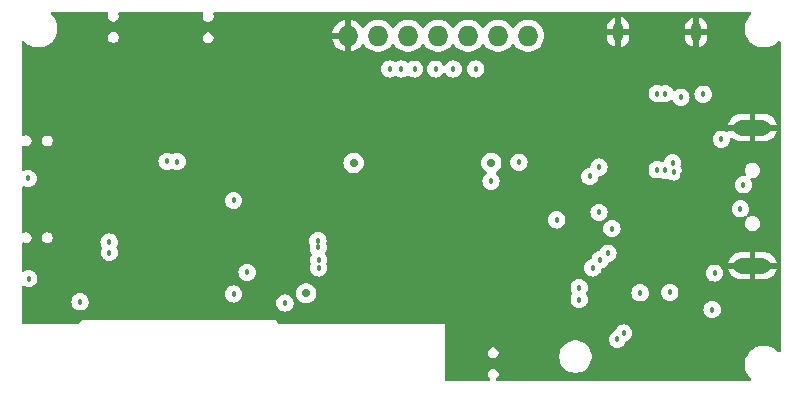
<source format=gbr>
%TF.GenerationSoftware,KiCad,Pcbnew,8.0.1*%
%TF.CreationDate,2024-09-08T05:12:41-06:00*%
%TF.ProjectId,USBHIDKey,55534248-4944-44b6-9579-2e6b69636164,rev?*%
%TF.SameCoordinates,Original*%
%TF.FileFunction,Copper,L2,Inr*%
%TF.FilePolarity,Positive*%
%FSLAX46Y46*%
G04 Gerber Fmt 4.6, Leading zero omitted, Abs format (unit mm)*
G04 Created by KiCad (PCBNEW 8.0.1) date 2024-09-08 05:12:41*
%MOMM*%
%LPD*%
G01*
G04 APERTURE LIST*
%TA.AperFunction,ComponentPad*%
%ADD10O,0.900000X1.600000*%
%TD*%
%TA.AperFunction,ComponentPad*%
%ADD11O,1.727200X1.727200*%
%TD*%
%TA.AperFunction,ComponentPad*%
%ADD12O,3.200000X1.300000*%
%TD*%
%TA.AperFunction,ViaPad*%
%ADD13C,0.457200*%
%TD*%
%TA.AperFunction,ViaPad*%
%ADD14C,0.711200*%
%TD*%
G04 APERTURE END LIST*
D10*
%TO.N,GND*%
%TO.C,J2*%
X246862600Y-52705000D03*
X240262600Y-52705000D03*
%TD*%
D11*
%TO.N,/ESP32/OLED_CS*%
%TO.C,U6*%
X232632000Y-52979400D03*
%TO.N,/ESP32/OLED_DC*%
X230092000Y-52979400D03*
%TO.N,/ESP32/OLED_RST*%
X227552000Y-52979400D03*
%TO.N,/ESP32/OLED_SDA*%
X225012000Y-52979400D03*
%TO.N,/ESP32/OLED_SCK*%
X222472000Y-52979400D03*
%TO.N,+3V3*%
X219932000Y-52979400D03*
%TO.N,GND*%
X217392000Y-52979400D03*
%TD*%
D12*
%TO.N,GND*%
%TO.C,J1*%
X251624000Y-60774200D03*
X251624000Y-72474200D03*
%TD*%
D13*
%TO.N,GND*%
X236321600Y-65614600D03*
X245668800Y-64770000D03*
X235000800Y-65862200D03*
X208584800Y-53035200D03*
X236829600Y-65614600D03*
X235813600Y-65614600D03*
X201015600Y-52425600D03*
X235000800Y-65252600D03*
X234315000Y-66522600D03*
X247751600Y-72212200D03*
X233146600Y-80035400D03*
X234975400Y-66522600D03*
%TO.N,+3V3*%
X235051600Y-68580000D03*
X245567200Y-58191400D03*
D14*
X217855800Y-63754000D03*
X229514400Y-63754000D03*
D13*
X248412000Y-73075800D03*
X244944900Y-64528700D03*
D14*
X213842600Y-74803000D03*
D13*
X231851200Y-63703200D03*
%TO.N,+5V*%
X238633000Y-67945000D03*
X238633000Y-64109600D03*
%TO.N,VBUS*%
X248996200Y-61747400D03*
%TO.N,VBUS_UART*%
X247446800Y-57937400D03*
X244856529Y-63728600D03*
%TO.N,USB_D+*%
X202057000Y-63627000D03*
X250596400Y-67640200D03*
X214858600Y-70916800D03*
%TO.N,USB_D-*%
X214833200Y-70332600D03*
X250850400Y-65608200D03*
X202920600Y-63652400D03*
%TO.N,/USB + UART/USB_UART_D+*%
X243560600Y-57886600D03*
X243560600Y-64338200D03*
%TO.N,/USB + UART/USB_UART_D-*%
X244221000Y-57886600D03*
X244195600Y-64363600D03*
%TO.N,EN*%
X194691000Y-75514200D03*
X240182400Y-78689200D03*
X242112800Y-74752200D03*
X190296800Y-65074800D03*
%TO.N,GPIO0*%
X208838800Y-73025000D03*
X240715800Y-78155800D03*
X244627400Y-74726800D03*
X190347600Y-73558400D03*
%TO.N,Net-(Q2-E)*%
X248208800Y-76174600D03*
X236956600Y-74320400D03*
X239725200Y-69316600D03*
%TO.N,Net-(U2-~{RTS})*%
X236956600Y-75336400D03*
X239395000Y-71399400D03*
%TO.N,/ESP32/OLED_SDA*%
X223012000Y-55803800D03*
X221894400Y-55803800D03*
%TO.N,/ESP32/OLED_RST*%
X220903800Y-55803800D03*
X224790000Y-55803800D03*
%TO.N,/ESP32/OLED_CS*%
X228193600Y-55803800D03*
X226288600Y-55803800D03*
%TO.N,/Power/PG*%
X237845600Y-64897000D03*
X229489000Y-65303400D03*
%TO.N,/ESP32/BTN_OK*%
X212039200Y-75615800D03*
X207695800Y-66929000D03*
X207695800Y-74853800D03*
%TO.N,TXD*%
X197154800Y-70459600D03*
X214884000Y-71958200D03*
X238734600Y-71958200D03*
%TO.N,RXD*%
X197180200Y-71348600D03*
X238099600Y-72644000D03*
X214884000Y-72644000D03*
%TD*%
%TA.AperFunction,Conductor*%
%TO.N,GND*%
G36*
X197049388Y-50997985D02*
G01*
X197095143Y-51050789D01*
X197105087Y-51119947D01*
X197094203Y-51151398D01*
X197095621Y-51151986D01*
X197092510Y-51159494D01*
X197077105Y-51216988D01*
X197061700Y-51274480D01*
X197061700Y-51393520D01*
X197073114Y-51436116D01*
X197092510Y-51508505D01*
X197092511Y-51508506D01*
X197152027Y-51611592D01*
X197152029Y-51611595D01*
X197152030Y-51611596D01*
X197236204Y-51695770D01*
X197339296Y-51755290D01*
X197454280Y-51786100D01*
X197454283Y-51786100D01*
X197573317Y-51786100D01*
X197573320Y-51786100D01*
X197688304Y-51755290D01*
X197791396Y-51695770D01*
X197875570Y-51611596D01*
X197935090Y-51508504D01*
X197965900Y-51393520D01*
X197965900Y-51274480D01*
X197935090Y-51159496D01*
X197935089Y-51159494D01*
X197931979Y-51151986D01*
X197934609Y-51150896D01*
X197921392Y-51096384D01*
X197944253Y-51030360D01*
X197999179Y-50987177D01*
X198045251Y-50978300D01*
X205024684Y-50978300D01*
X205091723Y-50997985D01*
X205137478Y-51050789D01*
X205147422Y-51119947D01*
X205132072Y-51164299D01*
X205118910Y-51187095D01*
X205118910Y-51187096D01*
X205088100Y-51302080D01*
X205088100Y-51421120D01*
X205093563Y-51441507D01*
X205118910Y-51536105D01*
X205118911Y-51536106D01*
X205178427Y-51639192D01*
X205178429Y-51639195D01*
X205178430Y-51639196D01*
X205262604Y-51723370D01*
X205262605Y-51723371D01*
X205262607Y-51723372D01*
X205307700Y-51749406D01*
X205365696Y-51782890D01*
X205480680Y-51813700D01*
X205480683Y-51813700D01*
X205599717Y-51813700D01*
X205599720Y-51813700D01*
X205714704Y-51782890D01*
X205817796Y-51723370D01*
X205901970Y-51639196D01*
X205961490Y-51536104D01*
X205992300Y-51421120D01*
X205992300Y-51302080D01*
X205961490Y-51187096D01*
X205948327Y-51164298D01*
X205931856Y-51096399D01*
X205954709Y-51030372D01*
X206009631Y-50987182D01*
X206055716Y-50978300D01*
X251409027Y-50978300D01*
X251476066Y-50997985D01*
X251521821Y-51050789D01*
X251531765Y-51119947D01*
X251502740Y-51183503D01*
X251496708Y-51189981D01*
X251355589Y-51331099D01*
X251355589Y-51331100D01*
X251355587Y-51331102D01*
X251310240Y-51393517D01*
X251207361Y-51535116D01*
X251092877Y-51759802D01*
X251068929Y-51833507D01*
X251014949Y-51999641D01*
X250975500Y-52248712D01*
X250975500Y-52500888D01*
X251011693Y-52729400D01*
X251014949Y-52749959D01*
X251092877Y-52989797D01*
X251196678Y-53193517D01*
X251207361Y-53214483D01*
X251355587Y-53418498D01*
X251533902Y-53596813D01*
X251737917Y-53745039D01*
X251831869Y-53792910D01*
X251962602Y-53859522D01*
X251962604Y-53859522D01*
X251962607Y-53859524D01*
X252202441Y-53937451D01*
X252451512Y-53976900D01*
X252451513Y-53976900D01*
X252703687Y-53976900D01*
X252703688Y-53976900D01*
X252952759Y-53937451D01*
X253192593Y-53859524D01*
X253417283Y-53745039D01*
X253621298Y-53596813D01*
X253787819Y-53430292D01*
X253849142Y-53396807D01*
X253918834Y-53401791D01*
X253974767Y-53443663D01*
X253999184Y-53509127D01*
X253999500Y-53517973D01*
X253999500Y-79679627D01*
X253979815Y-79746666D01*
X253927011Y-79792421D01*
X253857853Y-79802365D01*
X253794297Y-79773340D01*
X253787819Y-79767308D01*
X253621300Y-79600789D01*
X253621298Y-79600787D01*
X253417283Y-79452561D01*
X253399033Y-79443262D01*
X253192597Y-79338077D01*
X252952759Y-79260149D01*
X252703688Y-79220700D01*
X252451512Y-79220700D01*
X252326976Y-79240424D01*
X252202440Y-79260149D01*
X251962602Y-79338077D01*
X251737916Y-79452561D01*
X251712495Y-79471031D01*
X251533902Y-79600787D01*
X251533900Y-79600789D01*
X251533899Y-79600789D01*
X251355589Y-79779099D01*
X251355589Y-79779100D01*
X251355587Y-79779102D01*
X251291929Y-79866718D01*
X251207361Y-79983116D01*
X251092877Y-80207802D01*
X251014949Y-80447640D01*
X250975500Y-80696712D01*
X250975500Y-80948887D01*
X251014949Y-81197959D01*
X251092877Y-81437797D01*
X251161911Y-81573282D01*
X251207361Y-81662483D01*
X251355587Y-81866498D01*
X251355589Y-81866500D01*
X251492708Y-82003619D01*
X251526193Y-82064942D01*
X251521209Y-82134634D01*
X251479337Y-82190567D01*
X251413873Y-82214984D01*
X251405027Y-82215300D01*
X230025427Y-82215300D01*
X229958388Y-82195615D01*
X229912633Y-82142811D01*
X229902689Y-82073653D01*
X229931714Y-82010097D01*
X229942070Y-82000338D01*
X229942049Y-82000317D01*
X229947796Y-81994570D01*
X230031970Y-81910396D01*
X230091490Y-81807304D01*
X230122300Y-81692320D01*
X230122300Y-81573280D01*
X230091490Y-81458296D01*
X230031970Y-81355204D01*
X229947796Y-81271030D01*
X229947795Y-81271029D01*
X229947792Y-81271027D01*
X229844706Y-81211511D01*
X229844705Y-81211510D01*
X229815958Y-81203807D01*
X229729720Y-81180700D01*
X229610680Y-81180700D01*
X229546269Y-81197959D01*
X229495694Y-81211510D01*
X229495693Y-81211511D01*
X229392607Y-81271027D01*
X229392602Y-81271031D01*
X229308431Y-81355202D01*
X229308427Y-81355207D01*
X229248911Y-81458293D01*
X229248910Y-81458294D01*
X229237544Y-81500715D01*
X229218100Y-81573280D01*
X229218100Y-81692320D01*
X229241207Y-81778558D01*
X229248910Y-81807305D01*
X229248911Y-81807306D01*
X229308427Y-81910392D01*
X229308431Y-81910397D01*
X229398351Y-82000317D01*
X229396910Y-82001757D01*
X229431663Y-82049355D01*
X229435816Y-82119101D01*
X229401602Y-82180021D01*
X229339884Y-82212772D01*
X229314973Y-82215300D01*
X225729600Y-82215300D01*
X225662561Y-82195615D01*
X225616806Y-82142811D01*
X225605600Y-82091300D01*
X225605600Y-79892320D01*
X229218100Y-79892320D01*
X229241207Y-79978558D01*
X229248910Y-80007305D01*
X229248911Y-80007306D01*
X229308427Y-80110392D01*
X229308429Y-80110395D01*
X229308430Y-80110396D01*
X229392604Y-80194570D01*
X229392605Y-80194571D01*
X229392607Y-80194572D01*
X229415531Y-80207807D01*
X229495696Y-80254090D01*
X229610680Y-80284900D01*
X229610683Y-80284900D01*
X229729717Y-80284900D01*
X229729720Y-80284900D01*
X229783864Y-80270392D01*
X235254300Y-80270392D01*
X235288084Y-80483701D01*
X235354826Y-80689108D01*
X235452875Y-80881537D01*
X235579821Y-81056263D01*
X235732537Y-81208979D01*
X235907263Y-81335925D01*
X235945106Y-81355207D01*
X236099691Y-81433973D01*
X236099693Y-81433973D01*
X236099696Y-81433975D01*
X236174539Y-81458293D01*
X236305098Y-81500715D01*
X236518408Y-81534500D01*
X236518413Y-81534500D01*
X236734392Y-81534500D01*
X236947701Y-81500715D01*
X237153104Y-81433975D01*
X237345537Y-81335925D01*
X237520263Y-81208979D01*
X237672979Y-81056263D01*
X237799925Y-80881537D01*
X237897975Y-80689104D01*
X237964715Y-80483701D01*
X237970426Y-80447641D01*
X237998500Y-80270392D01*
X237998500Y-80054407D01*
X237964715Y-79841098D01*
X237905318Y-79658296D01*
X237897975Y-79635696D01*
X237897973Y-79635693D01*
X237897973Y-79635691D01*
X237846248Y-79534178D01*
X237799925Y-79443263D01*
X237672979Y-79268537D01*
X237520263Y-79115821D01*
X237345537Y-78988875D01*
X237153108Y-78890826D01*
X236947701Y-78824084D01*
X236734392Y-78790300D01*
X236734387Y-78790300D01*
X236518413Y-78790300D01*
X236518408Y-78790300D01*
X236305098Y-78824084D01*
X236099691Y-78890826D01*
X235907262Y-78988875D01*
X235807575Y-79061302D01*
X235732537Y-79115821D01*
X235732535Y-79115823D01*
X235732534Y-79115823D01*
X235579823Y-79268534D01*
X235579823Y-79268535D01*
X235579821Y-79268537D01*
X235529298Y-79338076D01*
X235452875Y-79443262D01*
X235354826Y-79635691D01*
X235288084Y-79841098D01*
X235254300Y-80054407D01*
X235254300Y-80270392D01*
X229783864Y-80270392D01*
X229844704Y-80254090D01*
X229947796Y-80194570D01*
X230031970Y-80110396D01*
X230091490Y-80007304D01*
X230122300Y-79892320D01*
X230122300Y-79773280D01*
X230091490Y-79658296D01*
X230031970Y-79555204D01*
X229947796Y-79471030D01*
X229947795Y-79471029D01*
X229947792Y-79471027D01*
X229844706Y-79411511D01*
X229844705Y-79411510D01*
X229815958Y-79403807D01*
X229729720Y-79380700D01*
X229610680Y-79380700D01*
X229541689Y-79399186D01*
X229495694Y-79411510D01*
X229495693Y-79411511D01*
X229392607Y-79471027D01*
X229392602Y-79471031D01*
X229308431Y-79555202D01*
X229308427Y-79555207D01*
X229248911Y-79658293D01*
X229248910Y-79658294D01*
X229243194Y-79679627D01*
X229218100Y-79773280D01*
X229218100Y-79892320D01*
X225605600Y-79892320D01*
X225605600Y-78689203D01*
X239448687Y-78689203D01*
X239467081Y-78852461D01*
X239467082Y-78852465D01*
X239521347Y-79007547D01*
X239589381Y-79115821D01*
X239608760Y-79146663D01*
X239724937Y-79262840D01*
X239864054Y-79350253D01*
X240019133Y-79404517D01*
X240019134Y-79404517D01*
X240019138Y-79404518D01*
X240182396Y-79422913D01*
X240182400Y-79422913D01*
X240182404Y-79422913D01*
X240345661Y-79404518D01*
X240345663Y-79404517D01*
X240345667Y-79404517D01*
X240500746Y-79350253D01*
X240639863Y-79262840D01*
X240756040Y-79146663D01*
X240843453Y-79007546D01*
X240873159Y-78922647D01*
X240913880Y-78865871D01*
X240949246Y-78846559D01*
X241034146Y-78816853D01*
X241173263Y-78729440D01*
X241289440Y-78613263D01*
X241376853Y-78474146D01*
X241431117Y-78319067D01*
X241449513Y-78155800D01*
X241431782Y-77998438D01*
X241431118Y-77992538D01*
X241431117Y-77992534D01*
X241426426Y-77979129D01*
X241376853Y-77837454D01*
X241289440Y-77698337D01*
X241173263Y-77582160D01*
X241034147Y-77494747D01*
X240879065Y-77440482D01*
X240879061Y-77440481D01*
X240715804Y-77422087D01*
X240715796Y-77422087D01*
X240552538Y-77440481D01*
X240552534Y-77440482D01*
X240397452Y-77494747D01*
X240258336Y-77582160D01*
X240142160Y-77698336D01*
X240054746Y-77837453D01*
X240054746Y-77837455D01*
X240025038Y-77922353D01*
X239984316Y-77979129D01*
X239948953Y-77998438D01*
X239864055Y-78028146D01*
X239864053Y-78028146D01*
X239724936Y-78115560D01*
X239608760Y-78231736D01*
X239521347Y-78370852D01*
X239467082Y-78525934D01*
X239467081Y-78525938D01*
X239448687Y-78689196D01*
X239448687Y-78689203D01*
X225605600Y-78689203D01*
X225605600Y-77425000D01*
X211591060Y-77425000D01*
X211524021Y-77405315D01*
X211478266Y-77352511D01*
X211471287Y-77333101D01*
X211454901Y-77271946D01*
X211404676Y-77184953D01*
X211333647Y-77113924D01*
X211246654Y-77063699D01*
X211246655Y-77063699D01*
X211222396Y-77057199D01*
X211149625Y-77037700D01*
X195020625Y-77037700D01*
X194920175Y-77037700D01*
X194847403Y-77057199D01*
X194823145Y-77063699D01*
X194736154Y-77113923D01*
X194736151Y-77113925D01*
X194665125Y-77184951D01*
X194665123Y-77184954D01*
X194614899Y-77271945D01*
X194614899Y-77271946D01*
X194598513Y-77333095D01*
X194562150Y-77392754D01*
X194499303Y-77423283D01*
X194478740Y-77425000D01*
X189886500Y-77425000D01*
X189819461Y-77405315D01*
X189773706Y-77352511D01*
X189762500Y-77301000D01*
X189762500Y-75514203D01*
X193957287Y-75514203D01*
X193975681Y-75677461D01*
X193975682Y-75677465D01*
X194029947Y-75832547D01*
X194093787Y-75934147D01*
X194117360Y-75971663D01*
X194233537Y-76087840D01*
X194315821Y-76139543D01*
X194371619Y-76174603D01*
X194372654Y-76175253D01*
X194527733Y-76229517D01*
X194527734Y-76229517D01*
X194527738Y-76229518D01*
X194690996Y-76247913D01*
X194691000Y-76247913D01*
X194691004Y-76247913D01*
X194854261Y-76229518D01*
X194854263Y-76229517D01*
X194854267Y-76229517D01*
X195009346Y-76175253D01*
X195148463Y-76087840D01*
X195264640Y-75971663D01*
X195352053Y-75832546D01*
X195406317Y-75677467D01*
X195406318Y-75677461D01*
X195413265Y-75615803D01*
X211305487Y-75615803D01*
X211323881Y-75779061D01*
X211323882Y-75779065D01*
X211378147Y-75934147D01*
X211417925Y-75997453D01*
X211465560Y-76073263D01*
X211581737Y-76189440D01*
X211720854Y-76276853D01*
X211875933Y-76331117D01*
X211875934Y-76331117D01*
X211875938Y-76331118D01*
X212039196Y-76349513D01*
X212039200Y-76349513D01*
X212039204Y-76349513D01*
X212202461Y-76331118D01*
X212202463Y-76331117D01*
X212202467Y-76331117D01*
X212357546Y-76276853D01*
X212496663Y-76189440D01*
X212511500Y-76174603D01*
X247475087Y-76174603D01*
X247493481Y-76337861D01*
X247493482Y-76337865D01*
X247547747Y-76492947D01*
X247635160Y-76632063D01*
X247751337Y-76748240D01*
X247890454Y-76835653D01*
X248045533Y-76889917D01*
X248045534Y-76889917D01*
X248045538Y-76889918D01*
X248208796Y-76908313D01*
X248208800Y-76908313D01*
X248208804Y-76908313D01*
X248372061Y-76889918D01*
X248372063Y-76889917D01*
X248372067Y-76889917D01*
X248527146Y-76835653D01*
X248666263Y-76748240D01*
X248782440Y-76632063D01*
X248869853Y-76492946D01*
X248924117Y-76337867D01*
X248924118Y-76337861D01*
X248942513Y-76174603D01*
X248942513Y-76174596D01*
X248924118Y-76011338D01*
X248924116Y-76011329D01*
X248869852Y-75856252D01*
X248782439Y-75717136D01*
X248666263Y-75600960D01*
X248527147Y-75513547D01*
X248372065Y-75459282D01*
X248372061Y-75459281D01*
X248208804Y-75440887D01*
X248208796Y-75440887D01*
X248045538Y-75459281D01*
X248045534Y-75459282D01*
X247890452Y-75513547D01*
X247751336Y-75600960D01*
X247635160Y-75717136D01*
X247547747Y-75856252D01*
X247493484Y-76011329D01*
X247493481Y-76011338D01*
X247475087Y-76174596D01*
X247475087Y-76174603D01*
X212511500Y-76174603D01*
X212612840Y-76073263D01*
X212700253Y-75934146D01*
X212754517Y-75779067D01*
X212765965Y-75677465D01*
X212772913Y-75615803D01*
X212772913Y-75615796D01*
X212754518Y-75452538D01*
X212754517Y-75452534D01*
X212750872Y-75442118D01*
X212700253Y-75297454D01*
X212612840Y-75158337D01*
X212496663Y-75042160D01*
X212458299Y-75018054D01*
X212357547Y-74954747D01*
X212202465Y-74900482D01*
X212202461Y-74900481D01*
X212039204Y-74882087D01*
X212039196Y-74882087D01*
X211875938Y-74900481D01*
X211875934Y-74900482D01*
X211720852Y-74954747D01*
X211581736Y-75042160D01*
X211465560Y-75158336D01*
X211378147Y-75297452D01*
X211323882Y-75452534D01*
X211323881Y-75452538D01*
X211305487Y-75615796D01*
X211305487Y-75615803D01*
X195413265Y-75615803D01*
X195424713Y-75514203D01*
X195424713Y-75514196D01*
X195406318Y-75350938D01*
X195406317Y-75350934D01*
X195401232Y-75336403D01*
X195352053Y-75195854D01*
X195337776Y-75173133D01*
X195273317Y-75070547D01*
X195264640Y-75056737D01*
X195148463Y-74940560D01*
X195084681Y-74900483D01*
X195010391Y-74853803D01*
X206962087Y-74853803D01*
X206980481Y-75017061D01*
X206980482Y-75017065D01*
X207034747Y-75172147D01*
X207058320Y-75209663D01*
X207122160Y-75311263D01*
X207238337Y-75427440D01*
X207302119Y-75467517D01*
X207376419Y-75514203D01*
X207377454Y-75514853D01*
X207532533Y-75569117D01*
X207532534Y-75569117D01*
X207532538Y-75569118D01*
X207695796Y-75587513D01*
X207695800Y-75587513D01*
X207695804Y-75587513D01*
X207859061Y-75569118D01*
X207859063Y-75569117D01*
X207859067Y-75569117D01*
X208014146Y-75514853D01*
X208153263Y-75427440D01*
X208269440Y-75311263D01*
X208356853Y-75172146D01*
X208411117Y-75017067D01*
X208418139Y-74954747D01*
X208429513Y-74853803D01*
X208429513Y-74853796D01*
X208423790Y-74803000D01*
X212981784Y-74803000D01*
X213000595Y-74981975D01*
X213000596Y-74981977D01*
X213029373Y-75070546D01*
X213056205Y-75153125D01*
X213146185Y-75308975D01*
X213240077Y-75413252D01*
X213264959Y-75440887D01*
X213266602Y-75442711D01*
X213412192Y-75548489D01*
X213576593Y-75621685D01*
X213576596Y-75621685D01*
X213576597Y-75621686D01*
X213604728Y-75627665D01*
X213752620Y-75659100D01*
X213932580Y-75659100D01*
X214108607Y-75621685D01*
X214273008Y-75548489D01*
X214418598Y-75442711D01*
X214514319Y-75336403D01*
X236222887Y-75336403D01*
X236241281Y-75499661D01*
X236241282Y-75499665D01*
X236295547Y-75654747D01*
X236334749Y-75717136D01*
X236382960Y-75793863D01*
X236499137Y-75910040D01*
X236638254Y-75997453D01*
X236793333Y-76051717D01*
X236793334Y-76051717D01*
X236793338Y-76051718D01*
X236956596Y-76070113D01*
X236956600Y-76070113D01*
X236956604Y-76070113D01*
X237119861Y-76051718D01*
X237119863Y-76051717D01*
X237119867Y-76051717D01*
X237274946Y-75997453D01*
X237414063Y-75910040D01*
X237530240Y-75793863D01*
X237617653Y-75654746D01*
X237671917Y-75499667D01*
X237673467Y-75485913D01*
X237690313Y-75336403D01*
X237690313Y-75336396D01*
X237671918Y-75173138D01*
X237671917Y-75173134D01*
X237671571Y-75172146D01*
X237617653Y-75018054D01*
X237539937Y-74894370D01*
X237520938Y-74827136D01*
X237539938Y-74762428D01*
X237546364Y-74752203D01*
X241379087Y-74752203D01*
X241397481Y-74915461D01*
X241397482Y-74915465D01*
X241451747Y-75070547D01*
X241515587Y-75172147D01*
X241539160Y-75209663D01*
X241655337Y-75325840D01*
X241737621Y-75377543D01*
X241754028Y-75387852D01*
X241794454Y-75413253D01*
X241949533Y-75467517D01*
X241949534Y-75467517D01*
X241949538Y-75467518D01*
X242112796Y-75485913D01*
X242112800Y-75485913D01*
X242112804Y-75485913D01*
X242276061Y-75467518D01*
X242276063Y-75467517D01*
X242276067Y-75467517D01*
X242431146Y-75413253D01*
X242570263Y-75325840D01*
X242686440Y-75209663D01*
X242773853Y-75070546D01*
X242828117Y-74915467D01*
X242828118Y-74915461D01*
X242846513Y-74752203D01*
X242846513Y-74752196D01*
X242843652Y-74726803D01*
X243893687Y-74726803D01*
X243912081Y-74890061D01*
X243912082Y-74890065D01*
X243966347Y-75045147D01*
X244046146Y-75172146D01*
X244053760Y-75184263D01*
X244169937Y-75300440D01*
X244309054Y-75387853D01*
X244464133Y-75442117D01*
X244464134Y-75442117D01*
X244464138Y-75442118D01*
X244627396Y-75460513D01*
X244627400Y-75460513D01*
X244627404Y-75460513D01*
X244790661Y-75442118D01*
X244790663Y-75442117D01*
X244790667Y-75442117D01*
X244945746Y-75387853D01*
X245084863Y-75300440D01*
X245201040Y-75184263D01*
X245288453Y-75045146D01*
X245342717Y-74890067D01*
X245346803Y-74853803D01*
X245361113Y-74726803D01*
X245361113Y-74726796D01*
X245342718Y-74563538D01*
X245342717Y-74563534D01*
X245332891Y-74535454D01*
X245288453Y-74408454D01*
X245280839Y-74396337D01*
X245218438Y-74297026D01*
X245201040Y-74269337D01*
X245084863Y-74153160D01*
X245032228Y-74120087D01*
X244945747Y-74065747D01*
X244790665Y-74011482D01*
X244790661Y-74011481D01*
X244627404Y-73993087D01*
X244627396Y-73993087D01*
X244464138Y-74011481D01*
X244464134Y-74011482D01*
X244309052Y-74065747D01*
X244169936Y-74153160D01*
X244053760Y-74269336D01*
X243966347Y-74408452D01*
X243912082Y-74563534D01*
X243912081Y-74563538D01*
X243893687Y-74726796D01*
X243893687Y-74726803D01*
X242843652Y-74726803D01*
X242828118Y-74588938D01*
X242828117Y-74588934D01*
X242819229Y-74563534D01*
X242773853Y-74433854D01*
X242686440Y-74294737D01*
X242570263Y-74178560D01*
X242545961Y-74163290D01*
X242431147Y-74091147D01*
X242276065Y-74036882D01*
X242276061Y-74036881D01*
X242112804Y-74018487D01*
X242112796Y-74018487D01*
X241949538Y-74036881D01*
X241949534Y-74036882D01*
X241794452Y-74091147D01*
X241655336Y-74178560D01*
X241539160Y-74294736D01*
X241451747Y-74433852D01*
X241397482Y-74588934D01*
X241397481Y-74588938D01*
X241379087Y-74752196D01*
X241379087Y-74752203D01*
X237546364Y-74752203D01*
X237546368Y-74752196D01*
X237617653Y-74638746D01*
X237671917Y-74483667D01*
X237671918Y-74483661D01*
X237690313Y-74320403D01*
X237690313Y-74320396D01*
X237671918Y-74157138D01*
X237671917Y-74157134D01*
X237670632Y-74153463D01*
X237617653Y-74002054D01*
X237614869Y-73997624D01*
X237538917Y-73876747D01*
X237530240Y-73862937D01*
X237414063Y-73746760D01*
X237374118Y-73721661D01*
X237274947Y-73659347D01*
X237119865Y-73605082D01*
X237119861Y-73605081D01*
X236956604Y-73586687D01*
X236956596Y-73586687D01*
X236793338Y-73605081D01*
X236793334Y-73605082D01*
X236638252Y-73659347D01*
X236499136Y-73746760D01*
X236382960Y-73862936D01*
X236295547Y-74002052D01*
X236241282Y-74157134D01*
X236241281Y-74157138D01*
X236222887Y-74320396D01*
X236222887Y-74320403D01*
X236241281Y-74483661D01*
X236241282Y-74483665D01*
X236295547Y-74638747D01*
X236373261Y-74762428D01*
X236392261Y-74829665D01*
X236373261Y-74894372D01*
X236295547Y-75018052D01*
X236241282Y-75173134D01*
X236241281Y-75173138D01*
X236222887Y-75336396D01*
X236222887Y-75336403D01*
X214514319Y-75336403D01*
X214539015Y-75308975D01*
X214628995Y-75153125D01*
X214684605Y-74981974D01*
X214703416Y-74803000D01*
X214684605Y-74624026D01*
X214628995Y-74452875D01*
X214539015Y-74297025D01*
X214418598Y-74163289D01*
X214273008Y-74057511D01*
X214108607Y-73984315D01*
X214108606Y-73984314D01*
X214108602Y-73984313D01*
X213932580Y-73946900D01*
X213752620Y-73946900D01*
X213576597Y-73984313D01*
X213412188Y-74057513D01*
X213266600Y-74163290D01*
X213146184Y-74297026D01*
X213056204Y-74452876D01*
X213000596Y-74624022D01*
X213000595Y-74624024D01*
X212981784Y-74803000D01*
X208423790Y-74803000D01*
X208411118Y-74690538D01*
X208411117Y-74690534D01*
X208387844Y-74624024D01*
X208356853Y-74535454D01*
X208269440Y-74396337D01*
X208153263Y-74280160D01*
X208136037Y-74269336D01*
X208014147Y-74192747D01*
X207859065Y-74138482D01*
X207859061Y-74138481D01*
X207695804Y-74120087D01*
X207695796Y-74120087D01*
X207532538Y-74138481D01*
X207532534Y-74138482D01*
X207377452Y-74192747D01*
X207238336Y-74280160D01*
X207122160Y-74396336D01*
X207034747Y-74535452D01*
X206980482Y-74690534D01*
X206980481Y-74690538D01*
X206962087Y-74853796D01*
X206962087Y-74853803D01*
X195010391Y-74853803D01*
X195009347Y-74853147D01*
X194854265Y-74798882D01*
X194854261Y-74798881D01*
X194691004Y-74780487D01*
X194690996Y-74780487D01*
X194527738Y-74798881D01*
X194527734Y-74798882D01*
X194372652Y-74853147D01*
X194233536Y-74940560D01*
X194117360Y-75056736D01*
X194029947Y-75195852D01*
X193975682Y-75350934D01*
X193975681Y-75350938D01*
X193957287Y-75514196D01*
X193957287Y-75514203D01*
X189762500Y-75514203D01*
X189762500Y-74276201D01*
X189782185Y-74209162D01*
X189834989Y-74163407D01*
X189904147Y-74153463D01*
X189952471Y-74171207D01*
X190029254Y-74219453D01*
X190184333Y-74273717D01*
X190184334Y-74273717D01*
X190184338Y-74273718D01*
X190347596Y-74292113D01*
X190347600Y-74292113D01*
X190347604Y-74292113D01*
X190510861Y-74273718D01*
X190510863Y-74273717D01*
X190510867Y-74273717D01*
X190665946Y-74219453D01*
X190805063Y-74132040D01*
X190921240Y-74015863D01*
X191008653Y-73876746D01*
X191062917Y-73721667D01*
X191071055Y-73649440D01*
X191081313Y-73558403D01*
X191081313Y-73558396D01*
X191062918Y-73395138D01*
X191062917Y-73395134D01*
X191062571Y-73394146D01*
X191008653Y-73240054D01*
X190994569Y-73217640D01*
X190972943Y-73183221D01*
X190921240Y-73100937D01*
X190845306Y-73025003D01*
X208105087Y-73025003D01*
X208123481Y-73188261D01*
X208123482Y-73188265D01*
X208177747Y-73343347D01*
X208210290Y-73395138D01*
X208265160Y-73482463D01*
X208381337Y-73598640D01*
X208520454Y-73686053D01*
X208675533Y-73740317D01*
X208675534Y-73740317D01*
X208675538Y-73740318D01*
X208838796Y-73758713D01*
X208838800Y-73758713D01*
X208838804Y-73758713D01*
X209002061Y-73740318D01*
X209002063Y-73740317D01*
X209002067Y-73740317D01*
X209157146Y-73686053D01*
X209296263Y-73598640D01*
X209412440Y-73482463D01*
X209499853Y-73343346D01*
X209554117Y-73188267D01*
X209563957Y-73100936D01*
X209572513Y-73025003D01*
X209572513Y-73024996D01*
X209554118Y-72861738D01*
X209554117Y-72861734D01*
X209547590Y-72843082D01*
X209499853Y-72706654D01*
X209412440Y-72567537D01*
X209296263Y-72451360D01*
X209237994Y-72414747D01*
X209157147Y-72363947D01*
X209002065Y-72309682D01*
X209002061Y-72309681D01*
X208838804Y-72291287D01*
X208838796Y-72291287D01*
X208675538Y-72309681D01*
X208675534Y-72309682D01*
X208520452Y-72363947D01*
X208381336Y-72451360D01*
X208265160Y-72567536D01*
X208177747Y-72706652D01*
X208123482Y-72861734D01*
X208123481Y-72861738D01*
X208105087Y-73024996D01*
X208105087Y-73025003D01*
X190845306Y-73025003D01*
X190805063Y-72984760D01*
X190769393Y-72962347D01*
X190665947Y-72897347D01*
X190510865Y-72843082D01*
X190510861Y-72843081D01*
X190347604Y-72824687D01*
X190347596Y-72824687D01*
X190184338Y-72843081D01*
X190184334Y-72843082D01*
X190029252Y-72897347D01*
X189952472Y-72945592D01*
X189885235Y-72964592D01*
X189818400Y-72944224D01*
X189773186Y-72890956D01*
X189762500Y-72840598D01*
X189762500Y-70601274D01*
X189782185Y-70534235D01*
X189834989Y-70488480D01*
X189904147Y-70478536D01*
X189948498Y-70493887D01*
X189958896Y-70499890D01*
X190073880Y-70530700D01*
X190073883Y-70530700D01*
X190192917Y-70530700D01*
X190192920Y-70530700D01*
X190307904Y-70499890D01*
X190410996Y-70440370D01*
X190495170Y-70356196D01*
X190554690Y-70253104D01*
X190585500Y-70138120D01*
X191481300Y-70138120D01*
X191489664Y-70169333D01*
X191512110Y-70253105D01*
X191512111Y-70253106D01*
X191571627Y-70356192D01*
X191571629Y-70356195D01*
X191571630Y-70356196D01*
X191655804Y-70440370D01*
X191655805Y-70440371D01*
X191655807Y-70440372D01*
X191707350Y-70470130D01*
X191758896Y-70499890D01*
X191873880Y-70530700D01*
X191873883Y-70530700D01*
X191992917Y-70530700D01*
X191992920Y-70530700D01*
X192107904Y-70499890D01*
X192177683Y-70459603D01*
X196421087Y-70459603D01*
X196439481Y-70622861D01*
X196439482Y-70622865D01*
X196493747Y-70777947D01*
X196544261Y-70858339D01*
X196563261Y-70925576D01*
X196544263Y-70990280D01*
X196519146Y-71030254D01*
X196464882Y-71185334D01*
X196464881Y-71185338D01*
X196446487Y-71348596D01*
X196446487Y-71348603D01*
X196464881Y-71511861D01*
X196464882Y-71511865D01*
X196519147Y-71666947D01*
X196599567Y-71794933D01*
X196606560Y-71806063D01*
X196722737Y-71922240D01*
X196861854Y-72009653D01*
X197016933Y-72063917D01*
X197016934Y-72063917D01*
X197016938Y-72063918D01*
X197180196Y-72082313D01*
X197180200Y-72082313D01*
X197180204Y-72082313D01*
X197343461Y-72063918D01*
X197343463Y-72063917D01*
X197343467Y-72063917D01*
X197498546Y-72009653D01*
X197637663Y-71922240D01*
X197753840Y-71806063D01*
X197841253Y-71666946D01*
X197895517Y-71511867D01*
X197895518Y-71511861D01*
X197913913Y-71348603D01*
X197913913Y-71348596D01*
X197895518Y-71185338D01*
X197895517Y-71185334D01*
X197859028Y-71081054D01*
X197841253Y-71030254D01*
X197790737Y-70949859D01*
X197771737Y-70882623D01*
X197790736Y-70817918D01*
X197815853Y-70777946D01*
X197870117Y-70622867D01*
X197880502Y-70530700D01*
X197888513Y-70459603D01*
X197888513Y-70459596D01*
X197874204Y-70332603D01*
X214099487Y-70332603D01*
X214117881Y-70495861D01*
X214117882Y-70495866D01*
X214161332Y-70620039D01*
X214164893Y-70689818D01*
X214161333Y-70701944D01*
X214143283Y-70753532D01*
X214143281Y-70753538D01*
X214124887Y-70916797D01*
X214124887Y-70916803D01*
X214143281Y-71080061D01*
X214143282Y-71080065D01*
X214197547Y-71235147D01*
X214284958Y-71374260D01*
X214288754Y-71379019D01*
X214315166Y-71443704D01*
X214302414Y-71512400D01*
X214296805Y-71522309D01*
X214222947Y-71639852D01*
X214168682Y-71794934D01*
X214168681Y-71794938D01*
X214150287Y-71958196D01*
X214150287Y-71958203D01*
X214168681Y-72121461D01*
X214168682Y-72121466D01*
X214217208Y-72260146D01*
X214220769Y-72329925D01*
X214217208Y-72342054D01*
X214168682Y-72480733D01*
X214168681Y-72480738D01*
X214150287Y-72643996D01*
X214150287Y-72644003D01*
X214168681Y-72807261D01*
X214168682Y-72807265D01*
X214222947Y-72962347D01*
X214262315Y-73025000D01*
X214310360Y-73101463D01*
X214426537Y-73217640D01*
X214565654Y-73305053D01*
X214720733Y-73359317D01*
X214720734Y-73359317D01*
X214720738Y-73359318D01*
X214883996Y-73377713D01*
X214884000Y-73377713D01*
X214884004Y-73377713D01*
X215047261Y-73359318D01*
X215047263Y-73359317D01*
X215047267Y-73359317D01*
X215202346Y-73305053D01*
X215341463Y-73217640D01*
X215457640Y-73101463D01*
X215545053Y-72962346D01*
X215599317Y-72807267D01*
X215604930Y-72757452D01*
X215617713Y-72644003D01*
X237365887Y-72644003D01*
X237384281Y-72807261D01*
X237384282Y-72807265D01*
X237438547Y-72962347D01*
X237477915Y-73025000D01*
X237525960Y-73101463D01*
X237642137Y-73217640D01*
X237781254Y-73305053D01*
X237936333Y-73359317D01*
X237936334Y-73359317D01*
X237936338Y-73359318D01*
X238099596Y-73377713D01*
X238099600Y-73377713D01*
X238099604Y-73377713D01*
X238262861Y-73359318D01*
X238262863Y-73359317D01*
X238262867Y-73359317D01*
X238417946Y-73305053D01*
X238557063Y-73217640D01*
X238673240Y-73101463D01*
X238689363Y-73075803D01*
X247678287Y-73075803D01*
X247696681Y-73239061D01*
X247696682Y-73239065D01*
X247750947Y-73394147D01*
X247751570Y-73395138D01*
X247838360Y-73533263D01*
X247954537Y-73649440D01*
X247970304Y-73659347D01*
X248069485Y-73721667D01*
X248093654Y-73736853D01*
X248248733Y-73791117D01*
X248248734Y-73791117D01*
X248248738Y-73791118D01*
X248411996Y-73809513D01*
X248412000Y-73809513D01*
X248412004Y-73809513D01*
X248575261Y-73791118D01*
X248575263Y-73791117D01*
X248575267Y-73791117D01*
X248730346Y-73736853D01*
X248869463Y-73649440D01*
X248985640Y-73533263D01*
X249073053Y-73394146D01*
X249127317Y-73239067D01*
X249129086Y-73223369D01*
X249145713Y-73075803D01*
X249145713Y-73075796D01*
X249127318Y-72912538D01*
X249127317Y-72912534D01*
X249109541Y-72861734D01*
X249073053Y-72757454D01*
X249071052Y-72754270D01*
X249052158Y-72724200D01*
X249549261Y-72724200D01*
X249552315Y-72743485D01*
X249552318Y-72743495D01*
X249608250Y-72915641D01*
X249608252Y-72915647D01*
X249690434Y-73076934D01*
X249796823Y-73223369D01*
X249924830Y-73351376D01*
X250071265Y-73457765D01*
X250232552Y-73539947D01*
X250232555Y-73539948D01*
X250404706Y-73595882D01*
X250583494Y-73624200D01*
X251374000Y-73624200D01*
X251374000Y-72824200D01*
X251874000Y-72824200D01*
X251874000Y-73624200D01*
X252664506Y-73624200D01*
X252843293Y-73595882D01*
X253015444Y-73539948D01*
X253015447Y-73539947D01*
X253176734Y-73457765D01*
X253323169Y-73351376D01*
X253451176Y-73223369D01*
X253557565Y-73076934D01*
X253639747Y-72915647D01*
X253639749Y-72915641D01*
X253695681Y-72743495D01*
X253695684Y-72743485D01*
X253698739Y-72724200D01*
X252768975Y-72724200D01*
X252804070Y-72689105D01*
X252850148Y-72609295D01*
X252874000Y-72520278D01*
X252874000Y-72428122D01*
X252850148Y-72339105D01*
X252804070Y-72259295D01*
X252768975Y-72224200D01*
X253698739Y-72224200D01*
X253695684Y-72204914D01*
X253695681Y-72204904D01*
X253639749Y-72032758D01*
X253639747Y-72032752D01*
X253557565Y-71871465D01*
X253451176Y-71725030D01*
X253323169Y-71597023D01*
X253176734Y-71490634D01*
X253015447Y-71408452D01*
X253015444Y-71408451D01*
X252843293Y-71352517D01*
X252664506Y-71324200D01*
X251874000Y-71324200D01*
X251874000Y-72124200D01*
X251374000Y-72124200D01*
X251374000Y-71324200D01*
X250583494Y-71324200D01*
X250404706Y-71352517D01*
X250232555Y-71408451D01*
X250232552Y-71408452D01*
X250071265Y-71490634D01*
X249924830Y-71597023D01*
X249796823Y-71725030D01*
X249690434Y-71871465D01*
X249608252Y-72032752D01*
X249608250Y-72032758D01*
X249552318Y-72204904D01*
X249552315Y-72204914D01*
X249549261Y-72224200D01*
X250479025Y-72224200D01*
X250443930Y-72259295D01*
X250397852Y-72339105D01*
X250374000Y-72428122D01*
X250374000Y-72520278D01*
X250397852Y-72609295D01*
X250443930Y-72689105D01*
X250479025Y-72724200D01*
X249549261Y-72724200D01*
X249052158Y-72724200D01*
X249001765Y-72644000D01*
X248985640Y-72618337D01*
X248869463Y-72502160D01*
X248835356Y-72480729D01*
X248730347Y-72414747D01*
X248575265Y-72360482D01*
X248575261Y-72360481D01*
X248412004Y-72342087D01*
X248411996Y-72342087D01*
X248248738Y-72360481D01*
X248248734Y-72360482D01*
X248093652Y-72414747D01*
X247954536Y-72502160D01*
X247838360Y-72618336D01*
X247750947Y-72757452D01*
X247696682Y-72912534D01*
X247696681Y-72912538D01*
X247678287Y-73075796D01*
X247678287Y-73075803D01*
X238689363Y-73075803D01*
X238760653Y-72962346D01*
X238814917Y-72807267D01*
X238818477Y-72775667D01*
X238845542Y-72711257D01*
X238900741Y-72672511D01*
X239052946Y-72619253D01*
X239192063Y-72531840D01*
X239308240Y-72415663D01*
X239395653Y-72276546D01*
X239422194Y-72200691D01*
X239462914Y-72143916D01*
X239525352Y-72118425D01*
X239558267Y-72114717D01*
X239713346Y-72060453D01*
X239852463Y-71973040D01*
X239968640Y-71856863D01*
X240056053Y-71717746D01*
X240110317Y-71562667D01*
X240110318Y-71562661D01*
X240128713Y-71399403D01*
X240128713Y-71399396D01*
X240110318Y-71236138D01*
X240110317Y-71236134D01*
X240109971Y-71235146D01*
X240056053Y-71081054D01*
X239968640Y-70941937D01*
X239852463Y-70825760D01*
X239839975Y-70817913D01*
X239713347Y-70738347D01*
X239558265Y-70684082D01*
X239558261Y-70684081D01*
X239395004Y-70665687D01*
X239394996Y-70665687D01*
X239231738Y-70684081D01*
X239231734Y-70684082D01*
X239076652Y-70738347D01*
X238937536Y-70825760D01*
X238821360Y-70941936D01*
X238733945Y-71081055D01*
X238707402Y-71156910D01*
X238666680Y-71213686D01*
X238604248Y-71239174D01*
X238571333Y-71242883D01*
X238416252Y-71297147D01*
X238277136Y-71384560D01*
X238160960Y-71500736D01*
X238073547Y-71639852D01*
X238019281Y-71794937D01*
X238015721Y-71826535D01*
X237988653Y-71890948D01*
X237933455Y-71929690D01*
X237781252Y-71982947D01*
X237642136Y-72070360D01*
X237525960Y-72186536D01*
X237438547Y-72325652D01*
X237384282Y-72480734D01*
X237384281Y-72480738D01*
X237365887Y-72643996D01*
X237365887Y-72644003D01*
X215617713Y-72644003D01*
X215617713Y-72643996D01*
X215599318Y-72480738D01*
X215599316Y-72480729D01*
X215576548Y-72415663D01*
X215550790Y-72342051D01*
X215547228Y-72272277D01*
X215550786Y-72260161D01*
X215599317Y-72121467D01*
X215603729Y-72082313D01*
X215617713Y-71958203D01*
X215617713Y-71958196D01*
X215599318Y-71794938D01*
X215599317Y-71794934D01*
X215572308Y-71717747D01*
X215545053Y-71639854D01*
X215457640Y-71500737D01*
X215457632Y-71500729D01*
X215453846Y-71495982D01*
X215427433Y-71431297D01*
X215440185Y-71362601D01*
X215445787Y-71352702D01*
X215519653Y-71235146D01*
X215573917Y-71080067D01*
X215589481Y-70941936D01*
X215592313Y-70916803D01*
X215592313Y-70916796D01*
X215573918Y-70753538D01*
X215573917Y-70753534D01*
X215573916Y-70753532D01*
X215530466Y-70629358D01*
X215526906Y-70559580D01*
X215530468Y-70547450D01*
X215548517Y-70495868D01*
X215548517Y-70495866D01*
X215566913Y-70332603D01*
X215566913Y-70332596D01*
X215548518Y-70169338D01*
X215548517Y-70169334D01*
X215538691Y-70141254D01*
X215494253Y-70014254D01*
X215486639Y-70002137D01*
X215416329Y-69890239D01*
X215406840Y-69875137D01*
X215290663Y-69758960D01*
X215238028Y-69725887D01*
X215151547Y-69671547D01*
X214996465Y-69617282D01*
X214996461Y-69617281D01*
X214833204Y-69598887D01*
X214833196Y-69598887D01*
X214669938Y-69617281D01*
X214669934Y-69617282D01*
X214514852Y-69671547D01*
X214375736Y-69758960D01*
X214259560Y-69875136D01*
X214172147Y-70014252D01*
X214117882Y-70169334D01*
X214117881Y-70169338D01*
X214099487Y-70332596D01*
X214099487Y-70332603D01*
X197874204Y-70332603D01*
X197870118Y-70296338D01*
X197870117Y-70296334D01*
X197854990Y-70253104D01*
X197815853Y-70141254D01*
X197728440Y-70002137D01*
X197612263Y-69885960D01*
X197502223Y-69816817D01*
X197473147Y-69798547D01*
X197318065Y-69744282D01*
X197318061Y-69744281D01*
X197154804Y-69725887D01*
X197154796Y-69725887D01*
X196991538Y-69744281D01*
X196991534Y-69744282D01*
X196836452Y-69798547D01*
X196697336Y-69885960D01*
X196581160Y-70002136D01*
X196493747Y-70141252D01*
X196439482Y-70296334D01*
X196439481Y-70296338D01*
X196421087Y-70459596D01*
X196421087Y-70459603D01*
X192177683Y-70459603D01*
X192210996Y-70440370D01*
X192295170Y-70356196D01*
X192354690Y-70253104D01*
X192385500Y-70138120D01*
X192385500Y-70019080D01*
X192354690Y-69904096D01*
X192295170Y-69801004D01*
X192210996Y-69716830D01*
X192210995Y-69716829D01*
X192210992Y-69716827D01*
X192107906Y-69657311D01*
X192107905Y-69657310D01*
X192079158Y-69649607D01*
X191992920Y-69626500D01*
X191873880Y-69626500D01*
X191804889Y-69644986D01*
X191758894Y-69657310D01*
X191758893Y-69657311D01*
X191655807Y-69716827D01*
X191655802Y-69716831D01*
X191571631Y-69801002D01*
X191571627Y-69801007D01*
X191512111Y-69904093D01*
X191512110Y-69904094D01*
X191496705Y-69961588D01*
X191481300Y-70019080D01*
X191481300Y-70138120D01*
X190585500Y-70138120D01*
X190585500Y-70019080D01*
X190554690Y-69904096D01*
X190495170Y-69801004D01*
X190410996Y-69716830D01*
X190410995Y-69716829D01*
X190410992Y-69716827D01*
X190307906Y-69657311D01*
X190307905Y-69657310D01*
X190279158Y-69649607D01*
X190192920Y-69626500D01*
X190073880Y-69626500D01*
X190004889Y-69644986D01*
X189958894Y-69657310D01*
X189958893Y-69657311D01*
X189948500Y-69663312D01*
X189880599Y-69679785D01*
X189814573Y-69656932D01*
X189771382Y-69602011D01*
X189762500Y-69555925D01*
X189762500Y-69316603D01*
X238991487Y-69316603D01*
X239009881Y-69479861D01*
X239009882Y-69479865D01*
X239064147Y-69634947D01*
X239121289Y-69725887D01*
X239151560Y-69774063D01*
X239267737Y-69890240D01*
X239406854Y-69977653D01*
X239561933Y-70031917D01*
X239561934Y-70031917D01*
X239561938Y-70031918D01*
X239725196Y-70050313D01*
X239725200Y-70050313D01*
X239725204Y-70050313D01*
X239888461Y-70031918D01*
X239888463Y-70031917D01*
X239888467Y-70031917D01*
X240043546Y-69977653D01*
X240182663Y-69890240D01*
X240298840Y-69774063D01*
X240386253Y-69634946D01*
X240440517Y-69479867D01*
X240440518Y-69479861D01*
X240458913Y-69316603D01*
X240458913Y-69316596D01*
X240440518Y-69153338D01*
X240440517Y-69153334D01*
X240409401Y-69064410D01*
X240386253Y-68998254D01*
X240298840Y-68859137D01*
X240182663Y-68742960D01*
X240088813Y-68683990D01*
X240043547Y-68655547D01*
X239888465Y-68601282D01*
X239888461Y-68601281D01*
X239725204Y-68582887D01*
X239725196Y-68582887D01*
X239561938Y-68601281D01*
X239561934Y-68601282D01*
X239406852Y-68655547D01*
X239267736Y-68742960D01*
X239151560Y-68859136D01*
X239064147Y-68998252D01*
X239009882Y-69153334D01*
X239009881Y-69153338D01*
X238991487Y-69316596D01*
X238991487Y-69316603D01*
X189762500Y-69316603D01*
X189762500Y-68580003D01*
X234317887Y-68580003D01*
X234336281Y-68743261D01*
X234336282Y-68743265D01*
X234390547Y-68898347D01*
X234415732Y-68938428D01*
X234477960Y-69037463D01*
X234594137Y-69153640D01*
X234733254Y-69241053D01*
X234888333Y-69295317D01*
X234888334Y-69295317D01*
X234888338Y-69295318D01*
X235051596Y-69313713D01*
X235051600Y-69313713D01*
X235051604Y-69313713D01*
X235214861Y-69295318D01*
X235214863Y-69295317D01*
X235214867Y-69295317D01*
X235369946Y-69241053D01*
X235509063Y-69153640D01*
X235625240Y-69037463D01*
X235712653Y-68898346D01*
X235766917Y-68743267D01*
X235766952Y-68742960D01*
X235785313Y-68580003D01*
X235785313Y-68579996D01*
X235766918Y-68416738D01*
X235766917Y-68416734D01*
X235761923Y-68402463D01*
X235712653Y-68261654D01*
X235682609Y-68213840D01*
X235625239Y-68122536D01*
X235509063Y-68006360D01*
X235411415Y-67945003D01*
X237899287Y-67945003D01*
X237917681Y-68108261D01*
X237917682Y-68108265D01*
X237971947Y-68263347D01*
X238037504Y-68367680D01*
X238059360Y-68402463D01*
X238175537Y-68518640D01*
X238249809Y-68565308D01*
X238307062Y-68601283D01*
X238314654Y-68606053D01*
X238469733Y-68660317D01*
X238469734Y-68660317D01*
X238469738Y-68660318D01*
X238632996Y-68678713D01*
X238633000Y-68678713D01*
X238633004Y-68678713D01*
X238796261Y-68660318D01*
X238796263Y-68660317D01*
X238796267Y-68660317D01*
X238951346Y-68606053D01*
X239090463Y-68518640D01*
X239206640Y-68402463D01*
X239294053Y-68263346D01*
X239348317Y-68108267D01*
X239349512Y-68097661D01*
X239366713Y-67945003D01*
X239366713Y-67944996D01*
X239348318Y-67781738D01*
X239348317Y-67781734D01*
X239298793Y-67640203D01*
X249862687Y-67640203D01*
X249881081Y-67803461D01*
X249881082Y-67803465D01*
X249935347Y-67958547D01*
X250022759Y-68097661D01*
X250022760Y-68097663D01*
X250138937Y-68213840D01*
X250208084Y-68257288D01*
X250278050Y-68301251D01*
X250278054Y-68301253D01*
X250433133Y-68355517D01*
X250433134Y-68355517D01*
X250433138Y-68355518D01*
X250596396Y-68373913D01*
X250596400Y-68373913D01*
X250596404Y-68373913D01*
X250759661Y-68355518D01*
X250759663Y-68355517D01*
X250759667Y-68355517D01*
X250914746Y-68301253D01*
X250914748Y-68301251D01*
X250914750Y-68301251D01*
X250941660Y-68284341D01*
X250954474Y-68276289D01*
X251021710Y-68257288D01*
X251088546Y-68277654D01*
X251133761Y-68330921D01*
X251143000Y-68400178D01*
X251119591Y-68452595D01*
X251120865Y-68453446D01*
X251046120Y-68565308D01*
X251046115Y-68565317D01*
X250996960Y-68683989D01*
X250996958Y-68683995D01*
X250971900Y-68809971D01*
X250971900Y-68809974D01*
X250971900Y-68938426D01*
X250971900Y-68938428D01*
X250971899Y-68938428D01*
X250996958Y-69064404D01*
X250996960Y-69064410D01*
X251046115Y-69183082D01*
X251046120Y-69183091D01*
X251117480Y-69289888D01*
X251117483Y-69289892D01*
X251208307Y-69380716D01*
X251208311Y-69380719D01*
X251315108Y-69452079D01*
X251315114Y-69452082D01*
X251315115Y-69452083D01*
X251433790Y-69501240D01*
X251433794Y-69501240D01*
X251433795Y-69501241D01*
X251559771Y-69526300D01*
X251559774Y-69526300D01*
X251688228Y-69526300D01*
X251772983Y-69509440D01*
X251814210Y-69501240D01*
X251932885Y-69452083D01*
X252039689Y-69380719D01*
X252130519Y-69289889D01*
X252201883Y-69183085D01*
X252251040Y-69064410D01*
X252276100Y-68938426D01*
X252276100Y-68809974D01*
X252276100Y-68809971D01*
X252251041Y-68683995D01*
X252251040Y-68683994D01*
X252251040Y-68683990D01*
X252201883Y-68565315D01*
X252201882Y-68565314D01*
X252201879Y-68565308D01*
X252130519Y-68458511D01*
X252130516Y-68458507D01*
X252039692Y-68367683D01*
X252039688Y-68367680D01*
X251932891Y-68296320D01*
X251932882Y-68296315D01*
X251814210Y-68247160D01*
X251814204Y-68247158D01*
X251688228Y-68222100D01*
X251688226Y-68222100D01*
X251559774Y-68222100D01*
X251559772Y-68222100D01*
X251433795Y-68247158D01*
X251433789Y-68247160D01*
X251315108Y-68296319D01*
X251313908Y-68296961D01*
X251313208Y-68297106D01*
X251309487Y-68298648D01*
X251309194Y-68297941D01*
X251245504Y-68311194D01*
X251180263Y-68286185D01*
X251138900Y-68229875D01*
X251134546Y-68160141D01*
X251165927Y-68103288D01*
X251165699Y-68103106D01*
X251166770Y-68101762D01*
X251167792Y-68099910D01*
X251170040Y-68097663D01*
X251257453Y-67958546D01*
X251311717Y-67803467D01*
X251311718Y-67803461D01*
X251330113Y-67640203D01*
X251330113Y-67640196D01*
X251311718Y-67476938D01*
X251311717Y-67476934D01*
X251274775Y-67371360D01*
X251257453Y-67321854D01*
X251233634Y-67283947D01*
X251210637Y-67247347D01*
X251170040Y-67182737D01*
X251053863Y-67066560D01*
X250914747Y-66979147D01*
X250759665Y-66924882D01*
X250759661Y-66924881D01*
X250596404Y-66906487D01*
X250596396Y-66906487D01*
X250433138Y-66924881D01*
X250433134Y-66924882D01*
X250278052Y-66979147D01*
X250138936Y-67066560D01*
X250022760Y-67182736D01*
X249935347Y-67321852D01*
X249881082Y-67476934D01*
X249881081Y-67476938D01*
X249862687Y-67640196D01*
X249862687Y-67640203D01*
X239298793Y-67640203D01*
X239298791Y-67640196D01*
X239294053Y-67626654D01*
X239271054Y-67590052D01*
X239206639Y-67487536D01*
X239090463Y-67371360D01*
X238951347Y-67283947D01*
X238796265Y-67229682D01*
X238796261Y-67229681D01*
X238633004Y-67211287D01*
X238632996Y-67211287D01*
X238469738Y-67229681D01*
X238469734Y-67229682D01*
X238314652Y-67283947D01*
X238175536Y-67371360D01*
X238059360Y-67487536D01*
X237971947Y-67626652D01*
X237917682Y-67781734D01*
X237917681Y-67781738D01*
X237899287Y-67944996D01*
X237899287Y-67945003D01*
X235411415Y-67945003D01*
X235369947Y-67918947D01*
X235214865Y-67864682D01*
X235214861Y-67864681D01*
X235051604Y-67846287D01*
X235051596Y-67846287D01*
X234888338Y-67864681D01*
X234888334Y-67864682D01*
X234733252Y-67918947D01*
X234594136Y-68006360D01*
X234477960Y-68122536D01*
X234390547Y-68261652D01*
X234336282Y-68416734D01*
X234336281Y-68416738D01*
X234317887Y-68579996D01*
X234317887Y-68580003D01*
X189762500Y-68580003D01*
X189762500Y-66929003D01*
X206962087Y-66929003D01*
X206980481Y-67092261D01*
X206980482Y-67092265D01*
X207034747Y-67247347D01*
X207081562Y-67321852D01*
X207122160Y-67386463D01*
X207238337Y-67502640D01*
X207377454Y-67590053D01*
X207532533Y-67644317D01*
X207532534Y-67644317D01*
X207532538Y-67644318D01*
X207695796Y-67662713D01*
X207695800Y-67662713D01*
X207695804Y-67662713D01*
X207859061Y-67644318D01*
X207859063Y-67644317D01*
X207859067Y-67644317D01*
X208014146Y-67590053D01*
X208153263Y-67502640D01*
X208269440Y-67386463D01*
X208356853Y-67247346D01*
X208411117Y-67092267D01*
X208429513Y-66929000D01*
X208429049Y-66924883D01*
X208411118Y-66765738D01*
X208411117Y-66765734D01*
X208356852Y-66610652D01*
X208269439Y-66471536D01*
X208153263Y-66355360D01*
X208014147Y-66267947D01*
X207859065Y-66213682D01*
X207859061Y-66213681D01*
X207695804Y-66195287D01*
X207695796Y-66195287D01*
X207532538Y-66213681D01*
X207532534Y-66213682D01*
X207377452Y-66267947D01*
X207238336Y-66355360D01*
X207122160Y-66471536D01*
X207034747Y-66610652D01*
X206980482Y-66765734D01*
X206980481Y-66765738D01*
X206962087Y-66928996D01*
X206962087Y-66929003D01*
X189762500Y-66929003D01*
X189762500Y-65824521D01*
X189782185Y-65757482D01*
X189834989Y-65711727D01*
X189904147Y-65701783D01*
X189952471Y-65719527D01*
X189978454Y-65735853D01*
X190133533Y-65790117D01*
X190133534Y-65790117D01*
X190133538Y-65790118D01*
X190296796Y-65808513D01*
X190296800Y-65808513D01*
X190296804Y-65808513D01*
X190460061Y-65790118D01*
X190460063Y-65790117D01*
X190460067Y-65790117D01*
X190615146Y-65735853D01*
X190754263Y-65648440D01*
X190870440Y-65532263D01*
X190957853Y-65393146D01*
X191012117Y-65238067D01*
X191027899Y-65097999D01*
X191030513Y-65074803D01*
X191030513Y-65074796D01*
X191012118Y-64911538D01*
X191012117Y-64911534D01*
X191007032Y-64897003D01*
X190957853Y-64756454D01*
X190943576Y-64733733D01*
X190895077Y-64656547D01*
X190870440Y-64617337D01*
X190754263Y-64501160D01*
X190748483Y-64497528D01*
X190615147Y-64413747D01*
X190460065Y-64359482D01*
X190460061Y-64359481D01*
X190296804Y-64341087D01*
X190296796Y-64341087D01*
X190133538Y-64359481D01*
X190133534Y-64359482D01*
X189978452Y-64413747D01*
X189978448Y-64413749D01*
X189952471Y-64430072D01*
X189885234Y-64449072D01*
X189818399Y-64428704D01*
X189773186Y-64375436D01*
X189762500Y-64325078D01*
X189762500Y-63627003D01*
X201323287Y-63627003D01*
X201341681Y-63790261D01*
X201341682Y-63790265D01*
X201395947Y-63945347D01*
X201483360Y-64084463D01*
X201599537Y-64200640D01*
X201639961Y-64226040D01*
X201720808Y-64276840D01*
X201738654Y-64288053D01*
X201893733Y-64342317D01*
X201893734Y-64342317D01*
X201893738Y-64342318D01*
X202056996Y-64360713D01*
X202057000Y-64360713D01*
X202057004Y-64360713D01*
X202220261Y-64342318D01*
X202220263Y-64342317D01*
X202220267Y-64342317D01*
X202375346Y-64288053D01*
X202375348Y-64288052D01*
X202402615Y-64270919D01*
X202469852Y-64251918D01*
X202534560Y-64270918D01*
X202561828Y-64288052D01*
X202602254Y-64313453D01*
X202757333Y-64367717D01*
X202757334Y-64367717D01*
X202757338Y-64367718D01*
X202920596Y-64386113D01*
X202920600Y-64386113D01*
X202920604Y-64386113D01*
X203083861Y-64367718D01*
X203083863Y-64367717D01*
X203083867Y-64367717D01*
X203238946Y-64313453D01*
X203378063Y-64226040D01*
X203494240Y-64109863D01*
X203581653Y-63970746D01*
X203635917Y-63815667D01*
X203638097Y-63796320D01*
X203642865Y-63754000D01*
X216994984Y-63754000D01*
X217013795Y-63932975D01*
X217013796Y-63932977D01*
X217056795Y-64065317D01*
X217069405Y-64104125D01*
X217159385Y-64259975D01*
X217279802Y-64393711D01*
X217425392Y-64499489D01*
X217589793Y-64572685D01*
X217589796Y-64572685D01*
X217589797Y-64572686D01*
X217614784Y-64577997D01*
X217765820Y-64610100D01*
X217945780Y-64610100D01*
X218121807Y-64572685D01*
X218286208Y-64499489D01*
X218431798Y-64393711D01*
X218552215Y-64259975D01*
X218642195Y-64104125D01*
X218697805Y-63932974D01*
X218716616Y-63754000D01*
X228653584Y-63754000D01*
X228672395Y-63932975D01*
X228672396Y-63932977D01*
X228715395Y-64065317D01*
X228728005Y-64104125D01*
X228817985Y-64259975D01*
X228938402Y-64393711D01*
X229081293Y-64497528D01*
X229123958Y-64552858D01*
X229129937Y-64622472D01*
X229097331Y-64684267D01*
X229074380Y-64702839D01*
X229031539Y-64729758D01*
X229031536Y-64729760D01*
X228915360Y-64845936D01*
X228827947Y-64985052D01*
X228773682Y-65140134D01*
X228773681Y-65140138D01*
X228755287Y-65303396D01*
X228755287Y-65303403D01*
X228773681Y-65466661D01*
X228773682Y-65466665D01*
X228827947Y-65621747D01*
X228899645Y-65735853D01*
X228915360Y-65760863D01*
X229031537Y-65877040D01*
X229170654Y-65964453D01*
X229325733Y-66018717D01*
X229325734Y-66018717D01*
X229325738Y-66018718D01*
X229488996Y-66037113D01*
X229489000Y-66037113D01*
X229489004Y-66037113D01*
X229652261Y-66018718D01*
X229652263Y-66018717D01*
X229652267Y-66018717D01*
X229807346Y-65964453D01*
X229946463Y-65877040D01*
X230062640Y-65760863D01*
X230150053Y-65621746D01*
X230204317Y-65466667D01*
X230204318Y-65466661D01*
X230222713Y-65303403D01*
X230222713Y-65303396D01*
X230204318Y-65140138D01*
X230204317Y-65140134D01*
X230191092Y-65102340D01*
X230150053Y-64985054D01*
X230129333Y-64952079D01*
X230094727Y-64897003D01*
X237111887Y-64897003D01*
X237130281Y-65060261D01*
X237130282Y-65060265D01*
X237184547Y-65215347D01*
X237231362Y-65289852D01*
X237271960Y-65354463D01*
X237388137Y-65470640D01*
X237527254Y-65558053D01*
X237682333Y-65612317D01*
X237682334Y-65612317D01*
X237682338Y-65612318D01*
X237845596Y-65630713D01*
X237845600Y-65630713D01*
X237845604Y-65630713D01*
X238008861Y-65612318D01*
X238008863Y-65612317D01*
X238008867Y-65612317D01*
X238020624Y-65608203D01*
X250116687Y-65608203D01*
X250135081Y-65771461D01*
X250135082Y-65771465D01*
X250189347Y-65926547D01*
X250258821Y-66037113D01*
X250276760Y-66065663D01*
X250392937Y-66181840D01*
X250414338Y-66195287D01*
X250529975Y-66267947D01*
X250532054Y-66269253D01*
X250687133Y-66323517D01*
X250687134Y-66323517D01*
X250687138Y-66323518D01*
X250850396Y-66341913D01*
X250850400Y-66341913D01*
X250850404Y-66341913D01*
X251013661Y-66323518D01*
X251013663Y-66323517D01*
X251013667Y-66323517D01*
X251168746Y-66269253D01*
X251307863Y-66181840D01*
X251424040Y-66065663D01*
X251511453Y-65926546D01*
X251565717Y-65771467D01*
X251569730Y-65735852D01*
X251584113Y-65608203D01*
X251584113Y-65608196D01*
X251565718Y-65444938D01*
X251565717Y-65444934D01*
X251516191Y-65303396D01*
X251511453Y-65289854D01*
X251465219Y-65216273D01*
X251446218Y-65149036D01*
X251466585Y-65082201D01*
X251519853Y-65036986D01*
X251570212Y-65026300D01*
X251688228Y-65026300D01*
X251776616Y-65008718D01*
X251814210Y-65001240D01*
X251932885Y-64952083D01*
X252039689Y-64880719D01*
X252130519Y-64789889D01*
X252201883Y-64683085D01*
X252251040Y-64564410D01*
X252263561Y-64501465D01*
X252276100Y-64438428D01*
X252276100Y-64309971D01*
X252251041Y-64183995D01*
X252251040Y-64183994D01*
X252251040Y-64183990D01*
X252201883Y-64065315D01*
X252201882Y-64065314D01*
X252201879Y-64065308D01*
X252130519Y-63958511D01*
X252130516Y-63958507D01*
X252039692Y-63867683D01*
X252039688Y-63867680D01*
X251932891Y-63796320D01*
X251932882Y-63796315D01*
X251814210Y-63747160D01*
X251814204Y-63747158D01*
X251688228Y-63722100D01*
X251688226Y-63722100D01*
X251559774Y-63722100D01*
X251559772Y-63722100D01*
X251433795Y-63747158D01*
X251433789Y-63747160D01*
X251315117Y-63796315D01*
X251315108Y-63796320D01*
X251208311Y-63867680D01*
X251208307Y-63867683D01*
X251117483Y-63958507D01*
X251117480Y-63958511D01*
X251046120Y-64065308D01*
X251046115Y-64065317D01*
X250996960Y-64183989D01*
X250996958Y-64183995D01*
X250971900Y-64309971D01*
X250971900Y-64309974D01*
X250971900Y-64438426D01*
X250971900Y-64438428D01*
X250971899Y-64438428D01*
X250996958Y-64564404D01*
X250996960Y-64564410D01*
X251046115Y-64683082D01*
X251046120Y-64683091D01*
X251052013Y-64691910D01*
X251072891Y-64758588D01*
X251054406Y-64825968D01*
X251002428Y-64872658D01*
X250935029Y-64884021D01*
X250850405Y-64874487D01*
X250850396Y-64874487D01*
X250687138Y-64892881D01*
X250687134Y-64892882D01*
X250532052Y-64947147D01*
X250392936Y-65034560D01*
X250276760Y-65150736D01*
X250189347Y-65289852D01*
X250135082Y-65444934D01*
X250135081Y-65444938D01*
X250116687Y-65608196D01*
X250116687Y-65608203D01*
X238020624Y-65608203D01*
X238163946Y-65558053D01*
X238303063Y-65470640D01*
X238419240Y-65354463D01*
X238506653Y-65215346D01*
X238560917Y-65060267D01*
X238560918Y-65060261D01*
X238573678Y-64947015D01*
X238600744Y-64882601D01*
X238658339Y-64843045D01*
X238683015Y-64837678D01*
X238796261Y-64824918D01*
X238796263Y-64824917D01*
X238796267Y-64824917D01*
X238951346Y-64770653D01*
X239090463Y-64683240D01*
X239206640Y-64567063D01*
X239294053Y-64427946D01*
X239325455Y-64338203D01*
X242826887Y-64338203D01*
X242845281Y-64501461D01*
X242845282Y-64501465D01*
X242899547Y-64656547D01*
X242971245Y-64770653D01*
X242986960Y-64795663D01*
X243103137Y-64911840D01*
X243242254Y-64999253D01*
X243397333Y-65053517D01*
X243397334Y-65053517D01*
X243397338Y-65053518D01*
X243560596Y-65071913D01*
X243560600Y-65071913D01*
X243560604Y-65071913D01*
X243723861Y-65053518D01*
X243723862Y-65053517D01*
X243723867Y-65053517D01*
X243800851Y-65026578D01*
X243870626Y-65023016D01*
X243882741Y-65026573D01*
X244032333Y-65078917D01*
X244032334Y-65078917D01*
X244032337Y-65078918D01*
X244195596Y-65097313D01*
X244195600Y-65097313D01*
X244195604Y-65097313D01*
X244358859Y-65078918D01*
X244358861Y-65078918D01*
X244358862Y-65078917D01*
X244358867Y-65078917D01*
X244363214Y-65077395D01*
X244432990Y-65073831D01*
X244480206Y-65100240D01*
X244481994Y-65097999D01*
X244487436Y-65102339D01*
X244487437Y-65102340D01*
X244626554Y-65189753D01*
X244781633Y-65244017D01*
X244781634Y-65244017D01*
X244781638Y-65244018D01*
X244944896Y-65262413D01*
X244944900Y-65262413D01*
X244944904Y-65262413D01*
X245108161Y-65244018D01*
X245108163Y-65244017D01*
X245108167Y-65244017D01*
X245263246Y-65189753D01*
X245402363Y-65102340D01*
X245518540Y-64986163D01*
X245605953Y-64847046D01*
X245660217Y-64691967D01*
X245660218Y-64691961D01*
X245678613Y-64528703D01*
X245678613Y-64528696D01*
X245660218Y-64365438D01*
X245660217Y-64365434D01*
X245659803Y-64364252D01*
X245605953Y-64210354D01*
X245599849Y-64200640D01*
X245544235Y-64112130D01*
X245525235Y-64044893D01*
X245532188Y-64005203D01*
X245571845Y-63891870D01*
X245571847Y-63891861D01*
X245590242Y-63728603D01*
X245590242Y-63728596D01*
X245571847Y-63565338D01*
X245571846Y-63565334D01*
X245562958Y-63539934D01*
X245517582Y-63410254D01*
X245513574Y-63403876D01*
X245430168Y-63271136D01*
X245313992Y-63154960D01*
X245174876Y-63067547D01*
X245019794Y-63013282D01*
X245019790Y-63013281D01*
X244856533Y-62994887D01*
X244856525Y-62994887D01*
X244693267Y-63013281D01*
X244693263Y-63013282D01*
X244538181Y-63067547D01*
X244399065Y-63154960D01*
X244282889Y-63271136D01*
X244195476Y-63410252D01*
X244141198Y-63565373D01*
X244100476Y-63622149D01*
X244038043Y-63647639D01*
X244032333Y-63648282D01*
X243955347Y-63675220D01*
X243885568Y-63678781D01*
X243873440Y-63675220D01*
X243723866Y-63622882D01*
X243723861Y-63622881D01*
X243560604Y-63604487D01*
X243560596Y-63604487D01*
X243397338Y-63622881D01*
X243397334Y-63622882D01*
X243242252Y-63677147D01*
X243103136Y-63764560D01*
X242986960Y-63880736D01*
X242899547Y-64019852D01*
X242845282Y-64174934D01*
X242845281Y-64174938D01*
X242826887Y-64338196D01*
X242826887Y-64338203D01*
X239325455Y-64338203D01*
X239348317Y-64272867D01*
X239348318Y-64272861D01*
X239366713Y-64109603D01*
X239366713Y-64109596D01*
X239348318Y-63946338D01*
X239348317Y-63946334D01*
X239347971Y-63945346D01*
X239294053Y-63791254D01*
X239206640Y-63652137D01*
X239090463Y-63535960D01*
X238951347Y-63448547D01*
X238796265Y-63394282D01*
X238796261Y-63394281D01*
X238633004Y-63375887D01*
X238632996Y-63375887D01*
X238469738Y-63394281D01*
X238469734Y-63394282D01*
X238314652Y-63448547D01*
X238175536Y-63535960D01*
X238059360Y-63652136D01*
X237971947Y-63791252D01*
X237917682Y-63946334D01*
X237917681Y-63946338D01*
X237904921Y-64059585D01*
X237877854Y-64123999D01*
X237820259Y-64163554D01*
X237795585Y-64168921D01*
X237682338Y-64181681D01*
X237682334Y-64181682D01*
X237527252Y-64235947D01*
X237388136Y-64323360D01*
X237271960Y-64439536D01*
X237184547Y-64578652D01*
X237130282Y-64733734D01*
X237130281Y-64733738D01*
X237111887Y-64896996D01*
X237111887Y-64897003D01*
X230094727Y-64897003D01*
X230086570Y-64884021D01*
X230062640Y-64845937D01*
X229946463Y-64729760D01*
X229928156Y-64718257D01*
X229881866Y-64665924D01*
X229871217Y-64596870D01*
X229899592Y-64533022D01*
X229939438Y-64503173D01*
X229939185Y-64502735D01*
X229942844Y-64500622D01*
X229943698Y-64499983D01*
X229944808Y-64499489D01*
X230090398Y-64393711D01*
X230210815Y-64259975D01*
X230300795Y-64104125D01*
X230356405Y-63932974D01*
X230375216Y-63754000D01*
X230369877Y-63703203D01*
X231117487Y-63703203D01*
X231135881Y-63866461D01*
X231135882Y-63866465D01*
X231190147Y-64021547D01*
X231254522Y-64123999D01*
X231277560Y-64160663D01*
X231393737Y-64276840D01*
X231452005Y-64313452D01*
X231525262Y-64359483D01*
X231532854Y-64364253D01*
X231687933Y-64418517D01*
X231687934Y-64418517D01*
X231687938Y-64418518D01*
X231851196Y-64436913D01*
X231851200Y-64436913D01*
X231851204Y-64436913D01*
X232014461Y-64418518D01*
X232014463Y-64418517D01*
X232014467Y-64418517D01*
X232169546Y-64364253D01*
X232308663Y-64276840D01*
X232424840Y-64160663D01*
X232512253Y-64021546D01*
X232566517Y-63866467D01*
X232574421Y-63796317D01*
X232584913Y-63703203D01*
X232584913Y-63703196D01*
X232566518Y-63539938D01*
X232566517Y-63539934D01*
X232565126Y-63535960D01*
X232512253Y-63384854D01*
X232424840Y-63245737D01*
X232308663Y-63129560D01*
X232284361Y-63114290D01*
X232169547Y-63042147D01*
X232014465Y-62987882D01*
X232014461Y-62987881D01*
X231851204Y-62969487D01*
X231851196Y-62969487D01*
X231687938Y-62987881D01*
X231687934Y-62987882D01*
X231532852Y-63042147D01*
X231393736Y-63129560D01*
X231277560Y-63245736D01*
X231190147Y-63384852D01*
X231135882Y-63539934D01*
X231135881Y-63539938D01*
X231117487Y-63703196D01*
X231117487Y-63703203D01*
X230369877Y-63703203D01*
X230356405Y-63575026D01*
X230300795Y-63403875D01*
X230210815Y-63248025D01*
X230090398Y-63114289D01*
X229991104Y-63042147D01*
X229944811Y-63008513D01*
X229944810Y-63008512D01*
X229944808Y-63008511D01*
X229780407Y-62935315D01*
X229780406Y-62935314D01*
X229780402Y-62935313D01*
X229604380Y-62897900D01*
X229424420Y-62897900D01*
X229248397Y-62935313D01*
X229248393Y-62935315D01*
X229084060Y-63008481D01*
X229083988Y-63008513D01*
X228938400Y-63114290D01*
X228817984Y-63248026D01*
X228728004Y-63403876D01*
X228672396Y-63575022D01*
X228672395Y-63575024D01*
X228653584Y-63754000D01*
X218716616Y-63754000D01*
X218697805Y-63575026D01*
X218642195Y-63403875D01*
X218552215Y-63248025D01*
X218431798Y-63114289D01*
X218332504Y-63042147D01*
X218286211Y-63008513D01*
X218286210Y-63008512D01*
X218286208Y-63008511D01*
X218121807Y-62935315D01*
X218121806Y-62935314D01*
X218121802Y-62935313D01*
X217945780Y-62897900D01*
X217765820Y-62897900D01*
X217589797Y-62935313D01*
X217589793Y-62935315D01*
X217425460Y-63008481D01*
X217425388Y-63008513D01*
X217279800Y-63114290D01*
X217159384Y-63248026D01*
X217069404Y-63403876D01*
X217013796Y-63575022D01*
X217013795Y-63575024D01*
X216994984Y-63754000D01*
X203642865Y-63754000D01*
X203654313Y-63652403D01*
X203654313Y-63652396D01*
X203635918Y-63489138D01*
X203635917Y-63489134D01*
X203627029Y-63463734D01*
X203581653Y-63334054D01*
X203494240Y-63194937D01*
X203378063Y-63078760D01*
X203319794Y-63042147D01*
X203238947Y-62991347D01*
X203083865Y-62937082D01*
X203083861Y-62937081D01*
X202920604Y-62918687D01*
X202920596Y-62918687D01*
X202757338Y-62937081D01*
X202757334Y-62937082D01*
X202602252Y-62991347D01*
X202574979Y-63008483D01*
X202507741Y-63027480D01*
X202443040Y-63008481D01*
X202375347Y-62965947D01*
X202220265Y-62911682D01*
X202220261Y-62911681D01*
X202057004Y-62893287D01*
X202056996Y-62893287D01*
X201893738Y-62911681D01*
X201893734Y-62911682D01*
X201738652Y-62965947D01*
X201599536Y-63053360D01*
X201483360Y-63169536D01*
X201395947Y-63308652D01*
X201341682Y-63463734D01*
X201341681Y-63463738D01*
X201323287Y-63626996D01*
X201323287Y-63627003D01*
X189762500Y-63627003D01*
X189762500Y-62397074D01*
X189782185Y-62330035D01*
X189834989Y-62284280D01*
X189904147Y-62274336D01*
X189948498Y-62289687D01*
X189958896Y-62295690D01*
X190073880Y-62326500D01*
X190073883Y-62326500D01*
X190192917Y-62326500D01*
X190192920Y-62326500D01*
X190307904Y-62295690D01*
X190410996Y-62236170D01*
X190495170Y-62151996D01*
X190554690Y-62048904D01*
X190585500Y-61933920D01*
X191481300Y-61933920D01*
X191504407Y-62020158D01*
X191512110Y-62048905D01*
X191512111Y-62048906D01*
X191571627Y-62151992D01*
X191571629Y-62151995D01*
X191571630Y-62151996D01*
X191655804Y-62236170D01*
X191758896Y-62295690D01*
X191873880Y-62326500D01*
X191873883Y-62326500D01*
X191992917Y-62326500D01*
X191992920Y-62326500D01*
X192107904Y-62295690D01*
X192210996Y-62236170D01*
X192295170Y-62151996D01*
X192354690Y-62048904D01*
X192385500Y-61933920D01*
X192385500Y-61814880D01*
X192367420Y-61747403D01*
X248262487Y-61747403D01*
X248280881Y-61910661D01*
X248280882Y-61910665D01*
X248335147Y-62065747D01*
X248379405Y-62136182D01*
X248422560Y-62204863D01*
X248538737Y-62321040D01*
X248677854Y-62408453D01*
X248832933Y-62462717D01*
X248832934Y-62462717D01*
X248832938Y-62462718D01*
X248996196Y-62481113D01*
X248996200Y-62481113D01*
X248996204Y-62481113D01*
X249159461Y-62462718D01*
X249159463Y-62462717D01*
X249159467Y-62462717D01*
X249314546Y-62408453D01*
X249453663Y-62321040D01*
X249569840Y-62204863D01*
X249657253Y-62065746D01*
X249711517Y-61910667D01*
X249713183Y-61895882D01*
X249730693Y-61740481D01*
X249733531Y-61740800D01*
X249749598Y-61686084D01*
X249802402Y-61640329D01*
X249871560Y-61630385D01*
X249926798Y-61652805D01*
X250071265Y-61757765D01*
X250232552Y-61839947D01*
X250232555Y-61839948D01*
X250404706Y-61895882D01*
X250583494Y-61924200D01*
X251374000Y-61924200D01*
X251374000Y-61124200D01*
X251874000Y-61124200D01*
X251874000Y-61924200D01*
X252664506Y-61924200D01*
X252843293Y-61895882D01*
X253015444Y-61839948D01*
X253015447Y-61839947D01*
X253176734Y-61757765D01*
X253323169Y-61651376D01*
X253451176Y-61523369D01*
X253557565Y-61376934D01*
X253639747Y-61215647D01*
X253639749Y-61215641D01*
X253695681Y-61043495D01*
X253695684Y-61043485D01*
X253698739Y-61024200D01*
X252768975Y-61024200D01*
X252804070Y-60989105D01*
X252850148Y-60909295D01*
X252874000Y-60820278D01*
X252874000Y-60728122D01*
X252850148Y-60639105D01*
X252804070Y-60559295D01*
X252768975Y-60524200D01*
X253698739Y-60524200D01*
X253695684Y-60504914D01*
X253695681Y-60504904D01*
X253639749Y-60332758D01*
X253639747Y-60332752D01*
X253557565Y-60171465D01*
X253451176Y-60025030D01*
X253323169Y-59897023D01*
X253176734Y-59790634D01*
X253015447Y-59708452D01*
X253015444Y-59708451D01*
X252843293Y-59652517D01*
X252664506Y-59624200D01*
X251874000Y-59624200D01*
X251874000Y-60424200D01*
X251374000Y-60424200D01*
X251374000Y-59624200D01*
X250583494Y-59624200D01*
X250404706Y-59652517D01*
X250232555Y-59708451D01*
X250232552Y-59708452D01*
X250071265Y-59790634D01*
X249924830Y-59897023D01*
X249796823Y-60025030D01*
X249690434Y-60171465D01*
X249608252Y-60332752D01*
X249608250Y-60332758D01*
X249552318Y-60504904D01*
X249552315Y-60504914D01*
X249549261Y-60524200D01*
X250479025Y-60524200D01*
X250443930Y-60559295D01*
X250397852Y-60639105D01*
X250374000Y-60728122D01*
X250374000Y-60820278D01*
X250397852Y-60909295D01*
X250443930Y-60989105D01*
X250479025Y-61024200D01*
X249549260Y-61024200D01*
X249536773Y-61038820D01*
X249534468Y-61056657D01*
X249489471Y-61110108D01*
X249422719Y-61130746D01*
X249355405Y-61112019D01*
X249354978Y-61111752D01*
X249314548Y-61086348D01*
X249314547Y-61086347D01*
X249159465Y-61032082D01*
X249159461Y-61032081D01*
X248996204Y-61013687D01*
X248996196Y-61013687D01*
X248832938Y-61032081D01*
X248832934Y-61032082D01*
X248677852Y-61086347D01*
X248538736Y-61173760D01*
X248422560Y-61289936D01*
X248335147Y-61429052D01*
X248280882Y-61584134D01*
X248280881Y-61584138D01*
X248262487Y-61747396D01*
X248262487Y-61747403D01*
X192367420Y-61747403D01*
X192354690Y-61699896D01*
X192295170Y-61596804D01*
X192210996Y-61512630D01*
X192210995Y-61512629D01*
X192210992Y-61512627D01*
X192107906Y-61453111D01*
X192107905Y-61453110D01*
X192079158Y-61445407D01*
X191992920Y-61422300D01*
X191873880Y-61422300D01*
X191804889Y-61440786D01*
X191758894Y-61453110D01*
X191758893Y-61453111D01*
X191655807Y-61512627D01*
X191655802Y-61512631D01*
X191571631Y-61596802D01*
X191571627Y-61596807D01*
X191512111Y-61699893D01*
X191512110Y-61699894D01*
X191501235Y-61740481D01*
X191481300Y-61814880D01*
X191481300Y-61933920D01*
X190585500Y-61933920D01*
X190585500Y-61814880D01*
X190554690Y-61699896D01*
X190495170Y-61596804D01*
X190410996Y-61512630D01*
X190410995Y-61512629D01*
X190410992Y-61512627D01*
X190307906Y-61453111D01*
X190307905Y-61453110D01*
X190279158Y-61445407D01*
X190192920Y-61422300D01*
X190073880Y-61422300D01*
X190004889Y-61440786D01*
X189958894Y-61453110D01*
X189958893Y-61453111D01*
X189948500Y-61459112D01*
X189880599Y-61475585D01*
X189814573Y-61452732D01*
X189771382Y-61397811D01*
X189762500Y-61351725D01*
X189762500Y-57886603D01*
X242826887Y-57886603D01*
X242845281Y-58049861D01*
X242845282Y-58049865D01*
X242899547Y-58204947D01*
X242931467Y-58255747D01*
X242986960Y-58344063D01*
X243103137Y-58460240D01*
X243242254Y-58547653D01*
X243397333Y-58601917D01*
X243397334Y-58601917D01*
X243397338Y-58601918D01*
X243560596Y-58620313D01*
X243560600Y-58620313D01*
X243560604Y-58620313D01*
X243723861Y-58601918D01*
X243723863Y-58601917D01*
X243723867Y-58601917D01*
X243849847Y-58557834D01*
X243919623Y-58554272D01*
X243931740Y-58557830D01*
X244015357Y-58587089D01*
X244057729Y-58601916D01*
X244057732Y-58601916D01*
X244057733Y-58601917D01*
X244057734Y-58601917D01*
X244057738Y-58601918D01*
X244220996Y-58620313D01*
X244221000Y-58620313D01*
X244221004Y-58620313D01*
X244384261Y-58601918D01*
X244384263Y-58601917D01*
X244384267Y-58601917D01*
X244539346Y-58547653D01*
X244678463Y-58460240D01*
X244694751Y-58443951D01*
X244756071Y-58410466D01*
X244825763Y-58415449D01*
X244881697Y-58457319D01*
X244899472Y-58490674D01*
X244906144Y-58509741D01*
X244906146Y-58509746D01*
X244975621Y-58620313D01*
X244993560Y-58648863D01*
X245109737Y-58765040D01*
X245248854Y-58852453D01*
X245403933Y-58906717D01*
X245403934Y-58906717D01*
X245403938Y-58906718D01*
X245567196Y-58925113D01*
X245567200Y-58925113D01*
X245567204Y-58925113D01*
X245730461Y-58906718D01*
X245730463Y-58906717D01*
X245730467Y-58906717D01*
X245885546Y-58852453D01*
X246024663Y-58765040D01*
X246140840Y-58648863D01*
X246228253Y-58509746D01*
X246282517Y-58354667D01*
X246300913Y-58191400D01*
X246290689Y-58100665D01*
X246282518Y-58028138D01*
X246282517Y-58028134D01*
X246250769Y-57937403D01*
X246713087Y-57937403D01*
X246731481Y-58100661D01*
X246731482Y-58100665D01*
X246785747Y-58255747D01*
X246793714Y-58268426D01*
X246873160Y-58394863D01*
X246989337Y-58511040D01*
X247128454Y-58598453D01*
X247283533Y-58652717D01*
X247283534Y-58652717D01*
X247283538Y-58652718D01*
X247446796Y-58671113D01*
X247446800Y-58671113D01*
X247446804Y-58671113D01*
X247610061Y-58652718D01*
X247610063Y-58652717D01*
X247610067Y-58652717D01*
X247765146Y-58598453D01*
X247904263Y-58511040D01*
X248020440Y-58394863D01*
X248107853Y-58255746D01*
X248162117Y-58100667D01*
X248180513Y-57937400D01*
X248174789Y-57886603D01*
X248162118Y-57774138D01*
X248162117Y-57774134D01*
X248148051Y-57733936D01*
X248107853Y-57619054D01*
X248087914Y-57587322D01*
X248020439Y-57479936D01*
X247904263Y-57363760D01*
X247765147Y-57276347D01*
X247610065Y-57222082D01*
X247610061Y-57222081D01*
X247446804Y-57203687D01*
X247446796Y-57203687D01*
X247283538Y-57222081D01*
X247283534Y-57222082D01*
X247128452Y-57276347D01*
X246989336Y-57363760D01*
X246873160Y-57479936D01*
X246785747Y-57619052D01*
X246731482Y-57774134D01*
X246731481Y-57774138D01*
X246713087Y-57937396D01*
X246713087Y-57937403D01*
X246250769Y-57937403D01*
X246232991Y-57886596D01*
X246228253Y-57873054D01*
X246140840Y-57733937D01*
X246024663Y-57617760D01*
X245885547Y-57530347D01*
X245730465Y-57476082D01*
X245730461Y-57476081D01*
X245567204Y-57457687D01*
X245567196Y-57457687D01*
X245403938Y-57476081D01*
X245403934Y-57476082D01*
X245248852Y-57530347D01*
X245109736Y-57617760D01*
X245109734Y-57617761D01*
X245093446Y-57634050D01*
X245032122Y-57667534D01*
X244962431Y-57662548D01*
X244906498Y-57620675D01*
X244888726Y-57587322D01*
X244882054Y-57568257D01*
X244882053Y-57568253D01*
X244794639Y-57429136D01*
X244678463Y-57312960D01*
X244539347Y-57225547D01*
X244384265Y-57171282D01*
X244384261Y-57171281D01*
X244221004Y-57152887D01*
X244220996Y-57152887D01*
X244057738Y-57171281D01*
X244057733Y-57171282D01*
X243931754Y-57215364D01*
X243861975Y-57218925D01*
X243849846Y-57215364D01*
X243723866Y-57171282D01*
X243723861Y-57171281D01*
X243560604Y-57152887D01*
X243560596Y-57152887D01*
X243397338Y-57171281D01*
X243397334Y-57171282D01*
X243242252Y-57225547D01*
X243103136Y-57312960D01*
X242986960Y-57429136D01*
X242899547Y-57568252D01*
X242845282Y-57723334D01*
X242845281Y-57723338D01*
X242826887Y-57886596D01*
X242826887Y-57886603D01*
X189762500Y-57886603D01*
X189762500Y-55803803D01*
X220170087Y-55803803D01*
X220188481Y-55967061D01*
X220188482Y-55967065D01*
X220242747Y-56122147D01*
X220330160Y-56261263D01*
X220446337Y-56377440D01*
X220585454Y-56464853D01*
X220740533Y-56519117D01*
X220740534Y-56519117D01*
X220740538Y-56519118D01*
X220903796Y-56537513D01*
X220903800Y-56537513D01*
X220903804Y-56537513D01*
X221067061Y-56519118D01*
X221067063Y-56519117D01*
X221067067Y-56519117D01*
X221222146Y-56464853D01*
X221333129Y-56395117D01*
X221400364Y-56376118D01*
X221465070Y-56395117D01*
X221576054Y-56464853D01*
X221731133Y-56519117D01*
X221731134Y-56519117D01*
X221731138Y-56519118D01*
X221894396Y-56537513D01*
X221894400Y-56537513D01*
X221894404Y-56537513D01*
X222057661Y-56519118D01*
X222057663Y-56519117D01*
X222057667Y-56519117D01*
X222212746Y-56464853D01*
X222351863Y-56377440D01*
X222365519Y-56363784D01*
X222426842Y-56330299D01*
X222496534Y-56335283D01*
X222540881Y-56363784D01*
X222554537Y-56377440D01*
X222693654Y-56464853D01*
X222848733Y-56519117D01*
X222848734Y-56519117D01*
X222848738Y-56519118D01*
X223011996Y-56537513D01*
X223012000Y-56537513D01*
X223012004Y-56537513D01*
X223175261Y-56519118D01*
X223175263Y-56519117D01*
X223175267Y-56519117D01*
X223330346Y-56464853D01*
X223469463Y-56377440D01*
X223585640Y-56261263D01*
X223673053Y-56122146D01*
X223727317Y-55967067D01*
X223745713Y-55803803D01*
X224056287Y-55803803D01*
X224074681Y-55967061D01*
X224074682Y-55967065D01*
X224128947Y-56122147D01*
X224216360Y-56261263D01*
X224332537Y-56377440D01*
X224471654Y-56464853D01*
X224626733Y-56519117D01*
X224626734Y-56519117D01*
X224626738Y-56519118D01*
X224789996Y-56537513D01*
X224790000Y-56537513D01*
X224790004Y-56537513D01*
X224953261Y-56519118D01*
X224953263Y-56519117D01*
X224953267Y-56519117D01*
X225108346Y-56464853D01*
X225247463Y-56377440D01*
X225363640Y-56261263D01*
X225434306Y-56148797D01*
X225486641Y-56102507D01*
X225555694Y-56091859D01*
X225619543Y-56120234D01*
X225644292Y-56148796D01*
X225714960Y-56261263D01*
X225831137Y-56377440D01*
X225970254Y-56464853D01*
X226125333Y-56519117D01*
X226125334Y-56519117D01*
X226125338Y-56519118D01*
X226288596Y-56537513D01*
X226288600Y-56537513D01*
X226288604Y-56537513D01*
X226451861Y-56519118D01*
X226451863Y-56519117D01*
X226451867Y-56519117D01*
X226606946Y-56464853D01*
X226746063Y-56377440D01*
X226862240Y-56261263D01*
X226949653Y-56122146D01*
X227003917Y-55967067D01*
X227022313Y-55803803D01*
X227459887Y-55803803D01*
X227478281Y-55967061D01*
X227478282Y-55967065D01*
X227532547Y-56122147D01*
X227619960Y-56261263D01*
X227736137Y-56377440D01*
X227875254Y-56464853D01*
X228030333Y-56519117D01*
X228030334Y-56519117D01*
X228030338Y-56519118D01*
X228193596Y-56537513D01*
X228193600Y-56537513D01*
X228193604Y-56537513D01*
X228356861Y-56519118D01*
X228356863Y-56519117D01*
X228356867Y-56519117D01*
X228511946Y-56464853D01*
X228651063Y-56377440D01*
X228767240Y-56261263D01*
X228854653Y-56122146D01*
X228908917Y-55967067D01*
X228927313Y-55803800D01*
X228908917Y-55640533D01*
X228854653Y-55485454D01*
X228767240Y-55346337D01*
X228651063Y-55230160D01*
X228622927Y-55212481D01*
X228511947Y-55142747D01*
X228356865Y-55088482D01*
X228356861Y-55088481D01*
X228193604Y-55070087D01*
X228193596Y-55070087D01*
X228030338Y-55088481D01*
X228030334Y-55088482D01*
X227875252Y-55142747D01*
X227736136Y-55230160D01*
X227619960Y-55346336D01*
X227532547Y-55485452D01*
X227478282Y-55640534D01*
X227478281Y-55640538D01*
X227459887Y-55803796D01*
X227459887Y-55803803D01*
X227022313Y-55803803D01*
X227022313Y-55803800D01*
X227003917Y-55640533D01*
X226949653Y-55485454D01*
X226862240Y-55346337D01*
X226746063Y-55230160D01*
X226717927Y-55212481D01*
X226606947Y-55142747D01*
X226451865Y-55088482D01*
X226451861Y-55088481D01*
X226288604Y-55070087D01*
X226288596Y-55070087D01*
X226125338Y-55088481D01*
X226125334Y-55088482D01*
X225970252Y-55142747D01*
X225831136Y-55230160D01*
X225714960Y-55346336D01*
X225644294Y-55458801D01*
X225591959Y-55505092D01*
X225522905Y-55515740D01*
X225459057Y-55487365D01*
X225434306Y-55458801D01*
X225363639Y-55346336D01*
X225247463Y-55230160D01*
X225108347Y-55142747D01*
X224953265Y-55088482D01*
X224953261Y-55088481D01*
X224790004Y-55070087D01*
X224789996Y-55070087D01*
X224626738Y-55088481D01*
X224626734Y-55088482D01*
X224471652Y-55142747D01*
X224332536Y-55230160D01*
X224216360Y-55346336D01*
X224128947Y-55485452D01*
X224074682Y-55640534D01*
X224074681Y-55640538D01*
X224056287Y-55803796D01*
X224056287Y-55803803D01*
X223745713Y-55803803D01*
X223745713Y-55803800D01*
X223727317Y-55640533D01*
X223673053Y-55485454D01*
X223585640Y-55346337D01*
X223469463Y-55230160D01*
X223441327Y-55212481D01*
X223330347Y-55142747D01*
X223175265Y-55088482D01*
X223175261Y-55088481D01*
X223012004Y-55070087D01*
X223011996Y-55070087D01*
X222848738Y-55088481D01*
X222848734Y-55088482D01*
X222693652Y-55142747D01*
X222554536Y-55230160D01*
X222540881Y-55243816D01*
X222479558Y-55277301D01*
X222409866Y-55272317D01*
X222365519Y-55243816D01*
X222351863Y-55230160D01*
X222212747Y-55142747D01*
X222057665Y-55088482D01*
X222057661Y-55088481D01*
X221894404Y-55070087D01*
X221894396Y-55070087D01*
X221731138Y-55088481D01*
X221731134Y-55088482D01*
X221576052Y-55142747D01*
X221465072Y-55212481D01*
X221397835Y-55231481D01*
X221333128Y-55212481D01*
X221222146Y-55142747D01*
X221222147Y-55142747D01*
X221067065Y-55088482D01*
X221067061Y-55088481D01*
X220903804Y-55070087D01*
X220903796Y-55070087D01*
X220740538Y-55088481D01*
X220740534Y-55088482D01*
X220585452Y-55142747D01*
X220446336Y-55230160D01*
X220330160Y-55346336D01*
X220242747Y-55485452D01*
X220188482Y-55640534D01*
X220188481Y-55640538D01*
X220170087Y-55803796D01*
X220170087Y-55803803D01*
X189762500Y-55803803D01*
X189762500Y-53541973D01*
X189782185Y-53474934D01*
X189834989Y-53429179D01*
X189904147Y-53419235D01*
X189967703Y-53448260D01*
X189974181Y-53454292D01*
X190116702Y-53596813D01*
X190320717Y-53745039D01*
X190414669Y-53792910D01*
X190545402Y-53859522D01*
X190545404Y-53859522D01*
X190545407Y-53859524D01*
X190785241Y-53937451D01*
X191034312Y-53976900D01*
X191034313Y-53976900D01*
X191286487Y-53976900D01*
X191286488Y-53976900D01*
X191535559Y-53937451D01*
X191775393Y-53859524D01*
X192000083Y-53745039D01*
X192204098Y-53596813D01*
X192382413Y-53418498D01*
X192530639Y-53214483D01*
X192541320Y-53193520D01*
X197061700Y-53193520D01*
X197081373Y-53266940D01*
X197092510Y-53308505D01*
X197092511Y-53308506D01*
X197152027Y-53411592D01*
X197152029Y-53411595D01*
X197152030Y-53411596D01*
X197236204Y-53495770D01*
X197339296Y-53555290D01*
X197454280Y-53586100D01*
X197454283Y-53586100D01*
X197573317Y-53586100D01*
X197573320Y-53586100D01*
X197688304Y-53555290D01*
X197791396Y-53495770D01*
X197875570Y-53411596D01*
X197935090Y-53308504D01*
X197958505Y-53221120D01*
X205088100Y-53221120D01*
X205106910Y-53291320D01*
X205118910Y-53336105D01*
X205118911Y-53336106D01*
X205178427Y-53439192D01*
X205178429Y-53439195D01*
X205178430Y-53439196D01*
X205262604Y-53523370D01*
X205365696Y-53582890D01*
X205480680Y-53613700D01*
X205480683Y-53613700D01*
X205599717Y-53613700D01*
X205599720Y-53613700D01*
X205714704Y-53582890D01*
X205817796Y-53523370D01*
X205901970Y-53439196D01*
X205961490Y-53336104D01*
X205990081Y-53229400D01*
X216048666Y-53229400D01*
X216097864Y-53423678D01*
X216188639Y-53630625D01*
X216312240Y-53819812D01*
X216465284Y-53986061D01*
X216465296Y-53986072D01*
X216643623Y-54124870D01*
X216842369Y-54232427D01*
X216842375Y-54232429D01*
X217056106Y-54305803D01*
X217142000Y-54320136D01*
X217142000Y-53421651D01*
X217195919Y-53452781D01*
X217325120Y-53487400D01*
X217458880Y-53487400D01*
X217588081Y-53452781D01*
X217642000Y-53421651D01*
X217642000Y-54320135D01*
X217727893Y-54305803D01*
X217941624Y-54232429D01*
X217941630Y-54232427D01*
X218140376Y-54124870D01*
X218318703Y-53986072D01*
X218318715Y-53986061D01*
X218471759Y-53819812D01*
X218557892Y-53687975D01*
X218611038Y-53642618D01*
X218680269Y-53633194D01*
X218743605Y-53662696D01*
X218765509Y-53687974D01*
X218851842Y-53820116D01*
X218851850Y-53820127D01*
X219004605Y-53986061D01*
X219004954Y-53986440D01*
X219183351Y-54125293D01*
X219382169Y-54232888D01*
X219382172Y-54232889D01*
X219595982Y-54306290D01*
X219595984Y-54306290D01*
X219595986Y-54306291D01*
X219818967Y-54343500D01*
X219818968Y-54343500D01*
X220045032Y-54343500D01*
X220045033Y-54343500D01*
X220268014Y-54306291D01*
X220481831Y-54232888D01*
X220680649Y-54125293D01*
X220859046Y-53986440D01*
X221012156Y-53820119D01*
X221098193Y-53688428D01*
X221151338Y-53643075D01*
X221220569Y-53633651D01*
X221283905Y-53663153D01*
X221305804Y-53688425D01*
X221391844Y-53820119D01*
X221391849Y-53820124D01*
X221391850Y-53820127D01*
X221544605Y-53986061D01*
X221544954Y-53986440D01*
X221723351Y-54125293D01*
X221922169Y-54232888D01*
X221922172Y-54232889D01*
X222135982Y-54306290D01*
X222135984Y-54306290D01*
X222135986Y-54306291D01*
X222358967Y-54343500D01*
X222358968Y-54343500D01*
X222585032Y-54343500D01*
X222585033Y-54343500D01*
X222808014Y-54306291D01*
X223021831Y-54232888D01*
X223220649Y-54125293D01*
X223399046Y-53986440D01*
X223552156Y-53820119D01*
X223638193Y-53688428D01*
X223691338Y-53643075D01*
X223760569Y-53633651D01*
X223823905Y-53663153D01*
X223845804Y-53688425D01*
X223931844Y-53820119D01*
X223931849Y-53820124D01*
X223931850Y-53820127D01*
X224084605Y-53986061D01*
X224084954Y-53986440D01*
X224263351Y-54125293D01*
X224462169Y-54232888D01*
X224462172Y-54232889D01*
X224675982Y-54306290D01*
X224675984Y-54306290D01*
X224675986Y-54306291D01*
X224898967Y-54343500D01*
X224898968Y-54343500D01*
X225125032Y-54343500D01*
X225125033Y-54343500D01*
X225348014Y-54306291D01*
X225561831Y-54232888D01*
X225760649Y-54125293D01*
X225939046Y-53986440D01*
X226092156Y-53820119D01*
X226178193Y-53688428D01*
X226231338Y-53643075D01*
X226300569Y-53633651D01*
X226363905Y-53663153D01*
X226385804Y-53688425D01*
X226471844Y-53820119D01*
X226471849Y-53820124D01*
X226471850Y-53820127D01*
X226624605Y-53986061D01*
X226624954Y-53986440D01*
X226803351Y-54125293D01*
X227002169Y-54232888D01*
X227002172Y-54232889D01*
X227215982Y-54306290D01*
X227215984Y-54306290D01*
X227215986Y-54306291D01*
X227438967Y-54343500D01*
X227438968Y-54343500D01*
X227665032Y-54343500D01*
X227665033Y-54343500D01*
X227888014Y-54306291D01*
X228101831Y-54232888D01*
X228300649Y-54125293D01*
X228479046Y-53986440D01*
X228632156Y-53820119D01*
X228718193Y-53688428D01*
X228771338Y-53643075D01*
X228840569Y-53633651D01*
X228903905Y-53663153D01*
X228925804Y-53688425D01*
X229011844Y-53820119D01*
X229011849Y-53820124D01*
X229011850Y-53820127D01*
X229164605Y-53986061D01*
X229164954Y-53986440D01*
X229343351Y-54125293D01*
X229542169Y-54232888D01*
X229542172Y-54232889D01*
X229755982Y-54306290D01*
X229755984Y-54306290D01*
X229755986Y-54306291D01*
X229978967Y-54343500D01*
X229978968Y-54343500D01*
X230205032Y-54343500D01*
X230205033Y-54343500D01*
X230428014Y-54306291D01*
X230641831Y-54232888D01*
X230840649Y-54125293D01*
X231019046Y-53986440D01*
X231172156Y-53820119D01*
X231258193Y-53688428D01*
X231311338Y-53643075D01*
X231380569Y-53633651D01*
X231443905Y-53663153D01*
X231465804Y-53688425D01*
X231551844Y-53820119D01*
X231551849Y-53820124D01*
X231551850Y-53820127D01*
X231704605Y-53986061D01*
X231704954Y-53986440D01*
X231883351Y-54125293D01*
X232082169Y-54232888D01*
X232082172Y-54232889D01*
X232295982Y-54306290D01*
X232295984Y-54306290D01*
X232295986Y-54306291D01*
X232518967Y-54343500D01*
X232518968Y-54343500D01*
X232745032Y-54343500D01*
X232745033Y-54343500D01*
X232968014Y-54306291D01*
X233181831Y-54232888D01*
X233380649Y-54125293D01*
X233559046Y-53986440D01*
X233712156Y-53820119D01*
X233835802Y-53630865D01*
X233926611Y-53423841D01*
X233982107Y-53204693D01*
X233986758Y-53148571D01*
X239312600Y-53148571D01*
X239349106Y-53332097D01*
X239349108Y-53332105D01*
X239420719Y-53504991D01*
X239420724Y-53505000D01*
X239524686Y-53660589D01*
X239524689Y-53660593D01*
X239657006Y-53792910D01*
X239657010Y-53792913D01*
X239812599Y-53896875D01*
X239812612Y-53896882D01*
X239985489Y-53968489D01*
X239985496Y-53968491D01*
X240012600Y-53973882D01*
X240012600Y-53104728D01*
X240050660Y-53196614D01*
X240120986Y-53266940D01*
X240212872Y-53305000D01*
X240312328Y-53305000D01*
X240404214Y-53266940D01*
X240474540Y-53196614D01*
X240512600Y-53104728D01*
X240512600Y-53973881D01*
X240539703Y-53968491D01*
X240539710Y-53968489D01*
X240712587Y-53896882D01*
X240712600Y-53896875D01*
X240868189Y-53792913D01*
X240868193Y-53792910D01*
X241000510Y-53660593D01*
X241000513Y-53660589D01*
X241104475Y-53505000D01*
X241104480Y-53504991D01*
X241176091Y-53332105D01*
X241176093Y-53332097D01*
X241212599Y-53148571D01*
X245912600Y-53148571D01*
X245949106Y-53332097D01*
X245949108Y-53332105D01*
X246020719Y-53504991D01*
X246020724Y-53505000D01*
X246124686Y-53660589D01*
X246124689Y-53660593D01*
X246257006Y-53792910D01*
X246257010Y-53792913D01*
X246412599Y-53896875D01*
X246412612Y-53896882D01*
X246585489Y-53968489D01*
X246585496Y-53968491D01*
X246612600Y-53973882D01*
X246612600Y-53104728D01*
X246650660Y-53196614D01*
X246720986Y-53266940D01*
X246812872Y-53305000D01*
X246912328Y-53305000D01*
X247004214Y-53266940D01*
X247074540Y-53196614D01*
X247112600Y-53104728D01*
X247112600Y-53973881D01*
X247139703Y-53968491D01*
X247139710Y-53968489D01*
X247312587Y-53896882D01*
X247312600Y-53896875D01*
X247468189Y-53792913D01*
X247468193Y-53792910D01*
X247600510Y-53660593D01*
X247600513Y-53660589D01*
X247704475Y-53505000D01*
X247704480Y-53504991D01*
X247776091Y-53332105D01*
X247776093Y-53332097D01*
X247812599Y-53148571D01*
X247812600Y-53148569D01*
X247812600Y-52955000D01*
X247112600Y-52955000D01*
X247112600Y-52455000D01*
X247812600Y-52455000D01*
X247812600Y-52261430D01*
X247812599Y-52261428D01*
X247776093Y-52077902D01*
X247776091Y-52077894D01*
X247704480Y-51905008D01*
X247704475Y-51904999D01*
X247600513Y-51749410D01*
X247600510Y-51749406D01*
X247468193Y-51617089D01*
X247468189Y-51617086D01*
X247312600Y-51513124D01*
X247312591Y-51513119D01*
X247139703Y-51441507D01*
X247139700Y-51441506D01*
X247112600Y-51436115D01*
X247112600Y-52305272D01*
X247074540Y-52213386D01*
X247004214Y-52143060D01*
X246912328Y-52105000D01*
X246812872Y-52105000D01*
X246720986Y-52143060D01*
X246650660Y-52213386D01*
X246612600Y-52305272D01*
X246612600Y-51436116D01*
X246612599Y-51436115D01*
X246585499Y-51441506D01*
X246585496Y-51441507D01*
X246412608Y-51513119D01*
X246412599Y-51513124D01*
X246257010Y-51617086D01*
X246257006Y-51617089D01*
X246124689Y-51749406D01*
X246124686Y-51749410D01*
X246020724Y-51904999D01*
X246020719Y-51905008D01*
X245949108Y-52077894D01*
X245949106Y-52077902D01*
X245912600Y-52261428D01*
X245912600Y-52455000D01*
X246612600Y-52455000D01*
X246612600Y-52955000D01*
X245912600Y-52955000D01*
X245912600Y-53148571D01*
X241212599Y-53148571D01*
X241212600Y-53148569D01*
X241212600Y-52955000D01*
X240512600Y-52955000D01*
X240512600Y-52455000D01*
X241212600Y-52455000D01*
X241212600Y-52261430D01*
X241212599Y-52261428D01*
X241176093Y-52077902D01*
X241176091Y-52077894D01*
X241104480Y-51905008D01*
X241104475Y-51904999D01*
X241000513Y-51749410D01*
X241000510Y-51749406D01*
X240868193Y-51617089D01*
X240868189Y-51617086D01*
X240712600Y-51513124D01*
X240712591Y-51513119D01*
X240539703Y-51441507D01*
X240539700Y-51441506D01*
X240512600Y-51436115D01*
X240512600Y-52305272D01*
X240474540Y-52213386D01*
X240404214Y-52143060D01*
X240312328Y-52105000D01*
X240212872Y-52105000D01*
X240120986Y-52143060D01*
X240050660Y-52213386D01*
X240012600Y-52305272D01*
X240012600Y-51436116D01*
X240012599Y-51436115D01*
X239985499Y-51441506D01*
X239985496Y-51441507D01*
X239812608Y-51513119D01*
X239812599Y-51513124D01*
X239657010Y-51617086D01*
X239657006Y-51617089D01*
X239524689Y-51749406D01*
X239524686Y-51749410D01*
X239420724Y-51904999D01*
X239420719Y-51905008D01*
X239349108Y-52077894D01*
X239349106Y-52077902D01*
X239312600Y-52261428D01*
X239312600Y-52455000D01*
X240012600Y-52455000D01*
X240012600Y-52955000D01*
X239312600Y-52955000D01*
X239312600Y-53148571D01*
X233986758Y-53148571D01*
X233990610Y-53102080D01*
X234000775Y-52979406D01*
X234000775Y-52979393D01*
X233985895Y-52799827D01*
X233982107Y-52754107D01*
X233926611Y-52534959D01*
X233835802Y-52327935D01*
X233828123Y-52316182D01*
X233712157Y-52138683D01*
X233712149Y-52138672D01*
X233559049Y-51972363D01*
X233559048Y-51972362D01*
X233559046Y-51972360D01*
X233380649Y-51833507D01*
X233287117Y-51782890D01*
X233181832Y-51725912D01*
X233181827Y-51725910D01*
X232968017Y-51652509D01*
X232800778Y-51624602D01*
X232745033Y-51615300D01*
X232518967Y-51615300D01*
X232474370Y-51622741D01*
X232295982Y-51652509D01*
X232082172Y-51725910D01*
X232082167Y-51725912D01*
X231883352Y-51833506D01*
X231704955Y-51972359D01*
X231704950Y-51972363D01*
X231551850Y-52138672D01*
X231551842Y-52138683D01*
X231465808Y-52270368D01*
X231412662Y-52315725D01*
X231343430Y-52325148D01*
X231280095Y-52295646D01*
X231258192Y-52270368D01*
X231172157Y-52138683D01*
X231172149Y-52138672D01*
X231019049Y-51972363D01*
X231019048Y-51972362D01*
X231019046Y-51972360D01*
X230840649Y-51833507D01*
X230747117Y-51782890D01*
X230641832Y-51725912D01*
X230641827Y-51725910D01*
X230428017Y-51652509D01*
X230260778Y-51624602D01*
X230205033Y-51615300D01*
X229978967Y-51615300D01*
X229934370Y-51622741D01*
X229755982Y-51652509D01*
X229542172Y-51725910D01*
X229542167Y-51725912D01*
X229343352Y-51833506D01*
X229164955Y-51972359D01*
X229164950Y-51972363D01*
X229011850Y-52138672D01*
X229011842Y-52138683D01*
X228925808Y-52270368D01*
X228872662Y-52315725D01*
X228803430Y-52325148D01*
X228740095Y-52295646D01*
X228718192Y-52270368D01*
X228632157Y-52138683D01*
X228632149Y-52138672D01*
X228479049Y-51972363D01*
X228479048Y-51972362D01*
X228479046Y-51972360D01*
X228300649Y-51833507D01*
X228207117Y-51782890D01*
X228101832Y-51725912D01*
X228101827Y-51725910D01*
X227888017Y-51652509D01*
X227720778Y-51624602D01*
X227665033Y-51615300D01*
X227438967Y-51615300D01*
X227394370Y-51622741D01*
X227215982Y-51652509D01*
X227002172Y-51725910D01*
X227002167Y-51725912D01*
X226803352Y-51833506D01*
X226624955Y-51972359D01*
X226624950Y-51972363D01*
X226471850Y-52138672D01*
X226471842Y-52138683D01*
X226385808Y-52270368D01*
X226332662Y-52315725D01*
X226263430Y-52325148D01*
X226200095Y-52295646D01*
X226178192Y-52270368D01*
X226092157Y-52138683D01*
X226092149Y-52138672D01*
X225939049Y-51972363D01*
X225939048Y-51972362D01*
X225939046Y-51972360D01*
X225760649Y-51833507D01*
X225667117Y-51782890D01*
X225561832Y-51725912D01*
X225561827Y-51725910D01*
X225348017Y-51652509D01*
X225180778Y-51624602D01*
X225125033Y-51615300D01*
X224898967Y-51615300D01*
X224854370Y-51622741D01*
X224675982Y-51652509D01*
X224462172Y-51725910D01*
X224462167Y-51725912D01*
X224263352Y-51833506D01*
X224084955Y-51972359D01*
X224084950Y-51972363D01*
X223931850Y-52138672D01*
X223931842Y-52138683D01*
X223845808Y-52270368D01*
X223792662Y-52315725D01*
X223723430Y-52325148D01*
X223660095Y-52295646D01*
X223638192Y-52270368D01*
X223552157Y-52138683D01*
X223552149Y-52138672D01*
X223399049Y-51972363D01*
X223399048Y-51972362D01*
X223399046Y-51972360D01*
X223220649Y-51833507D01*
X223127117Y-51782890D01*
X223021832Y-51725912D01*
X223021827Y-51725910D01*
X222808017Y-51652509D01*
X222640778Y-51624602D01*
X222585033Y-51615300D01*
X222358967Y-51615300D01*
X222314370Y-51622741D01*
X222135982Y-51652509D01*
X221922172Y-51725910D01*
X221922167Y-51725912D01*
X221723352Y-51833506D01*
X221544955Y-51972359D01*
X221544950Y-51972363D01*
X221391850Y-52138672D01*
X221391842Y-52138683D01*
X221305808Y-52270368D01*
X221252662Y-52315725D01*
X221183430Y-52325148D01*
X221120095Y-52295646D01*
X221098192Y-52270368D01*
X221012157Y-52138683D01*
X221012149Y-52138672D01*
X220859049Y-51972363D01*
X220859048Y-51972362D01*
X220859046Y-51972360D01*
X220680649Y-51833507D01*
X220587117Y-51782890D01*
X220481832Y-51725912D01*
X220481827Y-51725910D01*
X220268017Y-51652509D01*
X220100778Y-51624602D01*
X220045033Y-51615300D01*
X219818967Y-51615300D01*
X219774370Y-51622741D01*
X219595982Y-51652509D01*
X219382172Y-51725910D01*
X219382167Y-51725912D01*
X219183352Y-51833506D01*
X219004955Y-51972359D01*
X219004950Y-51972363D01*
X218851850Y-52138672D01*
X218851842Y-52138683D01*
X218765509Y-52270825D01*
X218712363Y-52316182D01*
X218643131Y-52325605D01*
X218579796Y-52296102D01*
X218557892Y-52270824D01*
X218471759Y-52138987D01*
X218318715Y-51972738D01*
X218318703Y-51972727D01*
X218140376Y-51833929D01*
X217941630Y-51726372D01*
X217941624Y-51726370D01*
X217727893Y-51652996D01*
X217642000Y-51638663D01*
X217642000Y-52537148D01*
X217588081Y-52506019D01*
X217458880Y-52471400D01*
X217325120Y-52471400D01*
X217195919Y-52506019D01*
X217142000Y-52537148D01*
X217142000Y-51638663D01*
X217141999Y-51638663D01*
X217056106Y-51652996D01*
X216842375Y-51726370D01*
X216842369Y-51726372D01*
X216643623Y-51833929D01*
X216465296Y-51972727D01*
X216465284Y-51972738D01*
X216312240Y-52138987D01*
X216188639Y-52328174D01*
X216097864Y-52535121D01*
X216048666Y-52729400D01*
X216949749Y-52729400D01*
X216918619Y-52783319D01*
X216884000Y-52912520D01*
X216884000Y-53046280D01*
X216918619Y-53175481D01*
X216949749Y-53229400D01*
X216048666Y-53229400D01*
X205990081Y-53229400D01*
X205992300Y-53221120D01*
X205992300Y-53102080D01*
X205961490Y-52987096D01*
X205901970Y-52884004D01*
X205817796Y-52799830D01*
X205817795Y-52799829D01*
X205817792Y-52799827D01*
X205714706Y-52740311D01*
X205714705Y-52740310D01*
X205673987Y-52729400D01*
X205599720Y-52709500D01*
X205480680Y-52709500D01*
X205411689Y-52727986D01*
X205365694Y-52740310D01*
X205365693Y-52740311D01*
X205262607Y-52799827D01*
X205262602Y-52799831D01*
X205178431Y-52884002D01*
X205178427Y-52884007D01*
X205118911Y-52987093D01*
X205118910Y-52987094D01*
X205118187Y-52989793D01*
X205088100Y-53102080D01*
X205088100Y-53221120D01*
X197958505Y-53221120D01*
X197965900Y-53193520D01*
X197965900Y-53074480D01*
X197935090Y-52959496D01*
X197875570Y-52856404D01*
X197791396Y-52772230D01*
X197791395Y-52772229D01*
X197791392Y-52772227D01*
X197688306Y-52712711D01*
X197688305Y-52712710D01*
X197659558Y-52705007D01*
X197573320Y-52681900D01*
X197454280Y-52681900D01*
X197385289Y-52700386D01*
X197339294Y-52712710D01*
X197339293Y-52712711D01*
X197236207Y-52772227D01*
X197236202Y-52772231D01*
X197152031Y-52856402D01*
X197152027Y-52856407D01*
X197092511Y-52959493D01*
X197092510Y-52959494D01*
X197084392Y-52989793D01*
X197061700Y-53074480D01*
X197061700Y-53193520D01*
X192541320Y-53193520D01*
X192645124Y-52989793D01*
X192723051Y-52749959D01*
X192762500Y-52500888D01*
X192762500Y-52248712D01*
X192723051Y-51999641D01*
X192645124Y-51759807D01*
X192645122Y-51759804D01*
X192645122Y-51759802D01*
X192569605Y-51611592D01*
X192530639Y-51535117D01*
X192382413Y-51331102D01*
X192241292Y-51189981D01*
X192207807Y-51128658D01*
X192212791Y-51058966D01*
X192254663Y-51003033D01*
X192320127Y-50978616D01*
X192328973Y-50978300D01*
X196982349Y-50978300D01*
X197049388Y-50997985D01*
G37*
%TD.AperFunction*%
%TD*%
M02*

</source>
